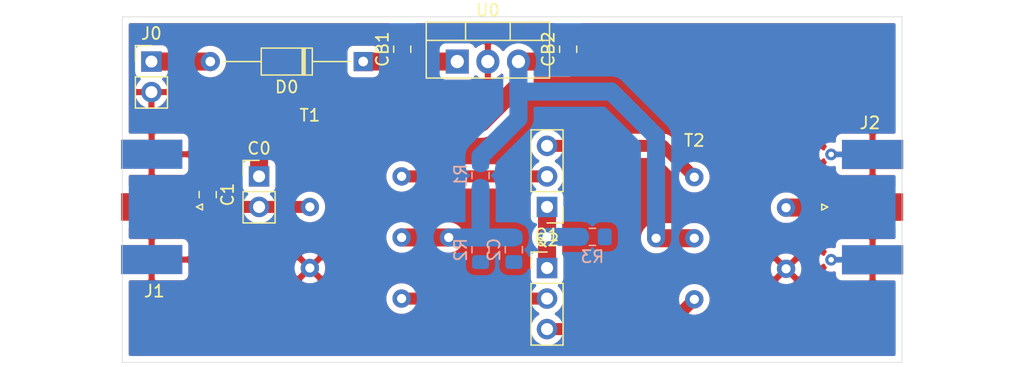
<source format=kicad_pcb>
(kicad_pcb (version 20171130) (host pcbnew "(5.1.5)-3")

  (general
    (thickness 1.6)
    (drawings 4)
    (tracks 47)
    (zones 0)
    (modules 17)
    (nets 13)
  )

  (page A4)
  (layers
    (0 F.Cu signal)
    (31 B.Cu signal)
    (32 B.Adhes user hide)
    (33 F.Adhes user hide)
    (34 B.Paste user hide)
    (35 F.Paste user hide)
    (36 B.SilkS user hide)
    (37 F.SilkS user hide)
    (38 B.Mask user hide)
    (39 F.Mask user hide)
    (40 Dwgs.User user hide)
    (41 Cmts.User user hide)
    (42 Eco1.User user hide)
    (43 Eco2.User user hide)
    (44 Edge.Cuts user)
    (45 Margin user hide)
    (46 B.CrtYd user hide)
    (47 F.CrtYd user hide)
    (48 B.Fab user)
    (49 F.Fab user)
  )

  (setup
    (last_trace_width 1)
    (user_trace_width 0.6)
    (user_trace_width 1)
    (user_trace_width 1.5)
    (trace_clearance 0.2)
    (zone_clearance 0.508)
    (zone_45_only no)
    (trace_min 0.2)
    (via_size 0.8)
    (via_drill 0.4)
    (via_min_size 0.4)
    (via_min_drill 0.3)
    (user_via 1.016 0.762)
    (uvia_size 0.3)
    (uvia_drill 0.1)
    (uvias_allowed no)
    (uvia_min_size 0.2)
    (uvia_min_drill 0.1)
    (edge_width 0.05)
    (segment_width 0.2)
    (pcb_text_width 0.3)
    (pcb_text_size 1.5 1.5)
    (mod_edge_width 0.12)
    (mod_text_size 1 1)
    (mod_text_width 0.15)
    (pad_size 1.15 1.4)
    (pad_drill 0)
    (pad_to_mask_clearance 0.051)
    (solder_mask_min_width 0.25)
    (aux_axis_origin 0 0)
    (visible_elements 7FFFFFFF)
    (pcbplotparams
      (layerselection 0x01000_ffffffff)
      (usegerberextensions false)
      (usegerberattributes false)
      (usegerberadvancedattributes false)
      (creategerberjobfile false)
      (excludeedgelayer true)
      (linewidth 0.100000)
      (plotframeref false)
      (viasonmask false)
      (mode 1)
      (useauxorigin false)
      (hpglpennumber 1)
      (hpglpenspeed 20)
      (hpglpendiameter 15.000000)
      (psnegative false)
      (psa4output false)
      (plotreference true)
      (plotvalue true)
      (plotinvisibletext false)
      (padsonsilk false)
      (subtractmaskfromsilk false)
      (outputformat 1)
      (mirror false)
      (drillshape 0)
      (scaleselection 1)
      (outputdirectory "C:/Users/cbmagat/Documents/SlugSat/GitHub/schematics_pcbs/LT/Power-Amplifier/PA 2020/PA Rev 0/"))
  )

  (net 0 "")
  (net 1 "Net-(C0-Pad2)")
  (net 2 "Net-(C0-Pad1)")
  (net 3 "Net-(C2-Pad1)")
  (net 4 GND)
  (net 5 "Net-(D0-Pad2)")
  (net 6 "Net-(Q1-Pad1)")
  (net 7 "Net-(Q1-Pad2)")
  (net 8 "Net-(Q1-Pad3)")
  (net 9 "Net-(Q2-Pad2)")
  (net 10 "Net-(CB1-Pad1)")
  (net 11 "Net-(Q2-Pad3)")
  (net 12 "Net-(J2-Pad1)")

  (net_class Default "This is the default net class."
    (clearance 0.2)
    (trace_width 0.25)
    (via_dia 0.8)
    (via_drill 0.4)
    (uvia_dia 0.3)
    (uvia_drill 0.1)
    (add_net GND)
    (add_net "Net-(C0-Pad1)")
    (add_net "Net-(C0-Pad2)")
    (add_net "Net-(C2-Pad1)")
    (add_net "Net-(CB1-Pad1)")
    (add_net "Net-(D0-Pad2)")
    (add_net "Net-(J2-Pad1)")
    (add_net "Net-(Q1-Pad1)")
    (add_net "Net-(Q1-Pad2)")
    (add_net "Net-(Q1-Pad3)")
    (add_net "Net-(Q2-Pad2)")
    (add_net "Net-(Q2-Pad3)")
  )

  (module Connector_Coaxial:SMA_Molex_73251-1153_EdgeMount_Horizontal (layer F.Cu) (tedit 5E35FDBB) (tstamp 5E3660BE)
    (at 20.4089 52.3494)
    (descr "Molex SMA RF Connectors, Edge Mount, (http://www.molex.com/pdm_docs/sd/732511150_sd.pdf)")
    (tags "sma edge")
    (path /5E1FDD36)
    (attr smd)
    (fp_text reference J1 (at -1.5 7) (layer F.SilkS)
      (effects (font (size 1 1) (thickness 0.15)))
    )
    (fp_text value "Signal In" (at -1.72 -7.11) (layer F.Fab)
      (effects (font (size 1 1) (thickness 0.15)))
    )
    (fp_line (start -5.91 4.76) (end 0.49 4.76) (layer F.Fab) (width 0.1))
    (fp_line (start -5.91 -4.76) (end -5.91 4.76) (layer F.Fab) (width 0.1))
    (fp_line (start 0.49 -4.76) (end -5.91 -4.76) (layer F.Fab) (width 0.1))
    (fp_line (start -4.76 -3.75) (end -4.76 3.75) (layer F.Fab) (width 0.1))
    (fp_line (start -13.79 2.65) (end -5.91 2.65) (layer F.Fab) (width 0.1))
    (fp_line (start -13.79 -2.65) (end -13.79 2.65) (layer F.Fab) (width 0.1))
    (fp_line (start -13.79 -2.65) (end -5.91 -2.65) (layer F.Fab) (width 0.1))
    (fp_line (start -4.76 3.75) (end 0.49 3.75) (layer F.Fab) (width 0.1))
    (fp_line (start -4.76 -3.75) (end 0.49 -3.75) (layer F.Fab) (width 0.1))
    (fp_line (start 2.71 -6.09) (end -14.29 -6.09) (layer F.CrtYd) (width 0.05))
    (fp_line (start 2.71 -6.09) (end 2.71 6.09) (layer F.CrtYd) (width 0.05))
    (fp_line (start -14.29 6.09) (end 2.71 6.09) (layer B.CrtYd) (width 0.05))
    (fp_line (start -14.29 -6.09) (end -14.29 6.09) (layer B.CrtYd) (width 0.05))
    (fp_line (start -14.29 -6.09) (end 2.71 -6.09) (layer B.CrtYd) (width 0.05))
    (fp_line (start 2.71 -6.09) (end 2.71 6.09) (layer B.CrtYd) (width 0.05))
    (fp_line (start -14.29 6.09) (end 2.71 6.09) (layer F.CrtYd) (width 0.05))
    (fp_line (start -14.29 -6.09) (end -14.29 6.09) (layer F.CrtYd) (width 0.05))
    (fp_line (start 0.49 -4.76) (end 0.49 -3.75) (layer F.Fab) (width 0.1))
    (fp_line (start 0.49 3.75) (end 0.49 4.76) (layer F.Fab) (width 0.1))
    (fp_line (start 0.49 -0.38) (end 0.49 0.38) (layer F.Fab) (width 0.1))
    (fp_line (start -4.76 0.38) (end 0.49 0.38) (layer F.Fab) (width 0.1))
    (fp_line (start -4.76 -0.38) (end 0.49 -0.38) (layer F.Fab) (width 0.1))
    (fp_line (start 2 0) (end 2.5 -0.25) (layer F.SilkS) (width 0.12))
    (fp_line (start 2.5 -0.25) (end 2.5 0.25) (layer F.SilkS) (width 0.12))
    (fp_line (start 2.5 0.25) (end 2 0) (layer F.SilkS) (width 0.12))
    (fp_line (start 2.5 -0.25) (end 2 0) (layer F.Fab) (width 0.1))
    (fp_line (start 2 0) (end 2.5 0.25) (layer F.Fab) (width 0.1))
    (fp_line (start 2.5 0.25) (end 2.5 -0.25) (layer F.Fab) (width 0.1))
    (fp_text user %R (at -1.5 7) (layer F.Fab)
      (effects (font (size 1 1) (thickness 0.15)))
    )
    (pad 2 smd rect (at -1.72 4.38) (size 5.08 2.42) (layers B.Cu B.Paste B.Mask)
      (net 4 GND))
    (pad 2 smd rect (at -1.72 -4.38) (size 5.08 2.42) (layers B.Cu B.Paste B.Mask)
      (net 4 GND))
    (pad 2 smd rect (at -1.72 4.38) (size 5.08 2.42) (layers F.Cu F.Paste F.Mask)
      (net 4 GND))
    (pad 2 smd rect (at -1.72 -4.38) (size 5.08 2.42) (layers F.Cu F.Paste F.Mask)
      (net 4 GND))
    (pad 1 smd rect (at -1.72 0) (size 5.08 2.29) (layers F.Cu F.Paste F.Mask)
      (net 1 "Net-(C0-Pad2)"))
    (model ${KISYS3DMOD}/Connector_Coaxial.3dshapes/SMA_Molex_73251-1153_EdgeMount_Horizontal.wrl
      (at (xyz 0 0 0))
      (scale (xyz 1 1 1))
      (rotate (xyz 0 0 0))
    )
  )

  (module Connector_PinHeader_2.54mm:PinHeader_1x03_P2.54mm_Vertical (layer F.Cu) (tedit 59FED5CC) (tstamp 5E23E941)
    (at 51.5239 57.4294)
    (descr "Through hole straight pin header, 1x03, 2.54mm pitch, single row")
    (tags "Through hole pin header THT 1x03 2.54mm single row")
    (path /5E24B445)
    (fp_text reference Q2 (at 0 -2.33) (layer F.SilkS)
      (effects (font (size 1 1) (thickness 0.15)))
    )
    (fp_text value PNP (at 0 7.41) (layer F.Fab)
      (effects (font (size 1 1) (thickness 0.15)))
    )
    (fp_text user %R (at 0 2.54 90) (layer F.Fab)
      (effects (font (size 1 1) (thickness 0.15)))
    )
    (fp_line (start 1.8 -1.8) (end -1.8 -1.8) (layer F.CrtYd) (width 0.05))
    (fp_line (start 1.8 6.85) (end 1.8 -1.8) (layer F.CrtYd) (width 0.05))
    (fp_line (start -1.8 6.85) (end 1.8 6.85) (layer F.CrtYd) (width 0.05))
    (fp_line (start -1.8 -1.8) (end -1.8 6.85) (layer F.CrtYd) (width 0.05))
    (fp_line (start -1.33 -1.33) (end 0 -1.33) (layer F.SilkS) (width 0.12))
    (fp_line (start -1.33 0) (end -1.33 -1.33) (layer F.SilkS) (width 0.12))
    (fp_line (start -1.33 1.27) (end 1.33 1.27) (layer F.SilkS) (width 0.12))
    (fp_line (start 1.33 1.27) (end 1.33 6.41) (layer F.SilkS) (width 0.12))
    (fp_line (start -1.33 1.27) (end -1.33 6.41) (layer F.SilkS) (width 0.12))
    (fp_line (start -1.33 6.41) (end 1.33 6.41) (layer F.SilkS) (width 0.12))
    (fp_line (start -1.27 -0.635) (end -0.635 -1.27) (layer F.Fab) (width 0.1))
    (fp_line (start -1.27 6.35) (end -1.27 -0.635) (layer F.Fab) (width 0.1))
    (fp_line (start 1.27 6.35) (end -1.27 6.35) (layer F.Fab) (width 0.1))
    (fp_line (start 1.27 -1.27) (end 1.27 6.35) (layer F.Fab) (width 0.1))
    (fp_line (start -0.635 -1.27) (end 1.27 -1.27) (layer F.Fab) (width 0.1))
    (pad 3 thru_hole oval (at 0 5.08) (size 1.7 1.7) (drill 1) (layers *.Cu *.Mask)
      (net 11 "Net-(Q2-Pad3)"))
    (pad 2 thru_hole oval (at 0 2.54) (size 1.7 1.7) (drill 1) (layers *.Cu *.Mask)
      (net 9 "Net-(Q2-Pad2)"))
    (pad 1 thru_hole rect (at 0 0) (size 1.7 1.7) (drill 1) (layers *.Cu *.Mask)
      (net 6 "Net-(Q1-Pad1)"))
    (model ${KISYS3DMOD}/Connector_PinHeader_2.54mm.3dshapes/PinHeader_1x03_P2.54mm_Vertical.wrl
      (at (xyz 0 0 0))
      (scale (xyz 1 1 1))
      (rotate (xyz 0 0 0))
    )
  )

  (module Connector_PinHeader_2.54mm:PinHeader_1x03_P2.54mm_Vertical (layer F.Cu) (tedit 59FED5CC) (tstamp 5E23E7A9)
    (at 51.5239 52.3494 180)
    (descr "Through hole straight pin header, 1x03, 2.54mm pitch, single row")
    (tags "Through hole pin header THT 1x03 2.54mm single row")
    (path /5E24A73C)
    (fp_text reference Q1 (at 0 -2.33) (layer F.SilkS)
      (effects (font (size 1 1) (thickness 0.15)))
    )
    (fp_text value NPN (at 0 7.41) (layer F.Fab)
      (effects (font (size 1 1) (thickness 0.15)))
    )
    (fp_text user %R (at 0 2.54 90) (layer F.Fab)
      (effects (font (size 1 1) (thickness 0.15)))
    )
    (fp_line (start 1.8 -1.8) (end -1.8 -1.8) (layer F.CrtYd) (width 0.05))
    (fp_line (start 1.8 6.85) (end 1.8 -1.8) (layer F.CrtYd) (width 0.05))
    (fp_line (start -1.8 6.85) (end 1.8 6.85) (layer F.CrtYd) (width 0.05))
    (fp_line (start -1.8 -1.8) (end -1.8 6.85) (layer F.CrtYd) (width 0.05))
    (fp_line (start -1.33 -1.33) (end 0 -1.33) (layer F.SilkS) (width 0.12))
    (fp_line (start -1.33 0) (end -1.33 -1.33) (layer F.SilkS) (width 0.12))
    (fp_line (start -1.33 1.27) (end 1.33 1.27) (layer F.SilkS) (width 0.12))
    (fp_line (start 1.33 1.27) (end 1.33 6.41) (layer F.SilkS) (width 0.12))
    (fp_line (start -1.33 1.27) (end -1.33 6.41) (layer F.SilkS) (width 0.12))
    (fp_line (start -1.33 6.41) (end 1.33 6.41) (layer F.SilkS) (width 0.12))
    (fp_line (start -1.27 -0.635) (end -0.635 -1.27) (layer F.Fab) (width 0.1))
    (fp_line (start -1.27 6.35) (end -1.27 -0.635) (layer F.Fab) (width 0.1))
    (fp_line (start 1.27 6.35) (end -1.27 6.35) (layer F.Fab) (width 0.1))
    (fp_line (start 1.27 -1.27) (end 1.27 6.35) (layer F.Fab) (width 0.1))
    (fp_line (start -0.635 -1.27) (end 1.27 -1.27) (layer F.Fab) (width 0.1))
    (pad 3 thru_hole oval (at 0 5.08 180) (size 1.7 1.7) (drill 1) (layers *.Cu *.Mask)
      (net 8 "Net-(Q1-Pad3)"))
    (pad 2 thru_hole oval (at 0 2.54 180) (size 1.7 1.7) (drill 1) (layers *.Cu *.Mask)
      (net 7 "Net-(Q1-Pad2)"))
    (pad 1 thru_hole rect (at 0 0 180) (size 1.7 1.7) (drill 1) (layers *.Cu *.Mask)
      (net 6 "Net-(Q1-Pad1)"))
    (model ${KISYS3DMOD}/Connector_PinHeader_2.54mm.3dshapes/PinHeader_1x03_P2.54mm_Vertical.wrl
      (at (xyz 0 0 0))
      (scale (xyz 1 1 1))
      (rotate (xyz 0 0 0))
    )
  )

  (module Connector_Coaxial:SMA_Molex_73251-1153_EdgeMount_Horizontal (layer F.Cu) (tedit 5A1B666F) (tstamp 5E23FB1F)
    (at 76.835 52.3621 180)
    (descr "Molex SMA RF Connectors, Edge Mount, (http://www.molex.com/pdm_docs/sd/732511150_sd.pdf)")
    (tags "sma edge")
    (path /5E223177)
    (attr smd)
    (fp_text reference J2 (at -1.5 7 180) (layer F.SilkS)
      (effects (font (size 1 1) (thickness 0.15)))
    )
    (fp_text value "SMA Connector" (at -1.72 -7.11 180) (layer F.Fab)
      (effects (font (size 1 1) (thickness 0.15)))
    )
    (fp_line (start -5.91 4.76) (end 0.49 4.76) (layer F.Fab) (width 0.1))
    (fp_line (start -5.91 -4.76) (end -5.91 4.76) (layer F.Fab) (width 0.1))
    (fp_line (start 0.49 -4.76) (end -5.91 -4.76) (layer F.Fab) (width 0.1))
    (fp_line (start -4.76 -3.75) (end -4.76 3.75) (layer F.Fab) (width 0.1))
    (fp_line (start -13.79 2.65) (end -5.91 2.65) (layer F.Fab) (width 0.1))
    (fp_line (start -13.79 -2.65) (end -13.79 2.65) (layer F.Fab) (width 0.1))
    (fp_line (start -13.79 -2.65) (end -5.91 -2.65) (layer F.Fab) (width 0.1))
    (fp_line (start -4.76 3.75) (end 0.49 3.75) (layer F.Fab) (width 0.1))
    (fp_line (start -4.76 -3.75) (end 0.49 -3.75) (layer F.Fab) (width 0.1))
    (fp_line (start 2.71 -6.09) (end -14.29 -6.09) (layer F.CrtYd) (width 0.05))
    (fp_line (start 2.71 -6.09) (end 2.71 6.09) (layer F.CrtYd) (width 0.05))
    (fp_line (start -14.29 6.09) (end 2.71 6.09) (layer B.CrtYd) (width 0.05))
    (fp_line (start -14.29 -6.09) (end -14.29 6.09) (layer B.CrtYd) (width 0.05))
    (fp_line (start -14.29 -6.09) (end 2.71 -6.09) (layer B.CrtYd) (width 0.05))
    (fp_line (start 2.71 -6.09) (end 2.71 6.09) (layer B.CrtYd) (width 0.05))
    (fp_line (start -14.29 6.09) (end 2.71 6.09) (layer F.CrtYd) (width 0.05))
    (fp_line (start -14.29 -6.09) (end -14.29 6.09) (layer F.CrtYd) (width 0.05))
    (fp_line (start 0.49 -4.76) (end 0.49 -3.75) (layer F.Fab) (width 0.1))
    (fp_line (start 0.49 3.75) (end 0.49 4.76) (layer F.Fab) (width 0.1))
    (fp_line (start 0.49 -0.38) (end 0.49 0.38) (layer F.Fab) (width 0.1))
    (fp_line (start -4.76 0.38) (end 0.49 0.38) (layer F.Fab) (width 0.1))
    (fp_line (start -4.76 -0.38) (end 0.49 -0.38) (layer F.Fab) (width 0.1))
    (fp_line (start 2 0) (end 2.5 -0.25) (layer F.SilkS) (width 0.12))
    (fp_line (start 2.5 -0.25) (end 2.5 0.25) (layer F.SilkS) (width 0.12))
    (fp_line (start 2.5 0.25) (end 2 0) (layer F.SilkS) (width 0.12))
    (fp_line (start 2.5 -0.25) (end 2 0) (layer F.Fab) (width 0.1))
    (fp_line (start 2 0) (end 2.5 0.25) (layer F.Fab) (width 0.1))
    (fp_line (start 2.5 0.25) (end 2.5 -0.25) (layer F.Fab) (width 0.1))
    (fp_text user %R (at -1.5 7 180) (layer F.Fab)
      (effects (font (size 1 1) (thickness 0.15)))
    )
    (pad 2 smd rect (at 1.27 4.38 180) (size 0.95 0.46) (layers B.Cu)
      (net 4 GND))
    (pad 2 smd rect (at 1.27 -4.38 180) (size 0.95 0.46) (layers B.Cu)
      (net 4 GND))
    (pad 2 smd rect (at 1.27 4.38 180) (size 0.95 0.46) (layers F.Cu)
      (net 4 GND))
    (pad 2 smd rect (at 1.27 -4.38 180) (size 0.95 0.46) (layers F.Cu)
      (net 4 GND))
    (pad 2 thru_hole circle (at 1.72 4.38 180) (size 0.97 0.97) (drill 0.46) (layers *.Cu)
      (net 4 GND))
    (pad 2 thru_hole circle (at 1.72 -4.38 180) (size 0.97 0.97) (drill 0.46) (layers *.Cu)
      (net 4 GND))
    (pad 2 smd rect (at -1.72 4.38 180) (size 5.08 2.42) (layers B.Cu B.Paste B.Mask)
      (net 4 GND))
    (pad 2 smd rect (at -1.72 -4.38 180) (size 5.08 2.42) (layers B.Cu B.Paste B.Mask)
      (net 4 GND))
    (pad 2 smd rect (at -1.72 4.38 180) (size 5.08 2.42) (layers F.Cu F.Paste F.Mask)
      (net 4 GND))
    (pad 2 smd rect (at -1.72 -4.38 180) (size 5.08 2.42) (layers F.Cu F.Paste F.Mask)
      (net 4 GND))
    (pad 1 smd rect (at -1.72 0 180) (size 5.08 2.29) (layers F.Cu F.Paste F.Mask)
      (net 12 "Net-(J2-Pad1)"))
    (model ${KISYS3DMOD}/Connector_Coaxial.3dshapes/SMA_Molex_73251-1153_EdgeMount_Horizontal.wrl
      (at (xyz 0 0 0))
      (scale (xyz 1 1 1))
      (rotate (xyz 0 0 0))
    )
  )

  (module Capacitor_SMD:C_0805_2012Metric_Pad1.15x1.40mm_HandSolder (layer F.Cu) (tedit 5B36C52B) (tstamp 5E23C4EE)
    (at 39.497 39.234 90)
    (descr "Capacitor SMD 0805 (2012 Metric), square (rectangular) end terminal, IPC_7351 nominal with elongated pad for handsoldering. (Body size source: https://docs.google.com/spreadsheets/d/1BsfQQcO9C6DZCsRaXUlFlo91Tg2WpOkGARC1WS5S8t0/edit?usp=sharing), generated with kicad-footprint-generator")
    (tags "capacitor handsolder")
    (path /5E24EE28)
    (attr smd)
    (fp_text reference CB1 (at 0 -1.65 90) (layer F.SilkS)
      (effects (font (size 1 1) (thickness 0.15)))
    )
    (fp_text value "100 nF" (at 0 1.65 90) (layer F.Fab)
      (effects (font (size 1 1) (thickness 0.15)))
    )
    (fp_text user %R (at 0 0 90) (layer F.Fab)
      (effects (font (size 0.5 0.5) (thickness 0.08)))
    )
    (fp_line (start 1.85 0.95) (end -1.85 0.95) (layer F.CrtYd) (width 0.05))
    (fp_line (start 1.85 -0.95) (end 1.85 0.95) (layer F.CrtYd) (width 0.05))
    (fp_line (start -1.85 -0.95) (end 1.85 -0.95) (layer F.CrtYd) (width 0.05))
    (fp_line (start -1.85 0.95) (end -1.85 -0.95) (layer F.CrtYd) (width 0.05))
    (fp_line (start -0.261252 0.71) (end 0.261252 0.71) (layer F.SilkS) (width 0.12))
    (fp_line (start -0.261252 -0.71) (end 0.261252 -0.71) (layer F.SilkS) (width 0.12))
    (fp_line (start 1 0.6) (end -1 0.6) (layer F.Fab) (width 0.1))
    (fp_line (start 1 -0.6) (end 1 0.6) (layer F.Fab) (width 0.1))
    (fp_line (start -1 -0.6) (end 1 -0.6) (layer F.Fab) (width 0.1))
    (fp_line (start -1 0.6) (end -1 -0.6) (layer F.Fab) (width 0.1))
    (pad 2 smd roundrect (at 1.025 0 90) (size 1.15 1.4) (layers F.Cu F.Paste F.Mask) (roundrect_rratio 0.217391)
      (net 4 GND))
    (pad 1 smd roundrect (at -1.025 0 90) (size 1.15 1.4) (layers F.Cu F.Paste F.Mask) (roundrect_rratio 0.217391)
      (net 10 "Net-(CB1-Pad1)"))
    (model ${KISYS3DMOD}/Capacitor_SMD.3dshapes/C_0805_2012Metric.wrl
      (at (xyz 0 0 0))
      (scale (xyz 1 1 1))
      (rotate (xyz 0 0 0))
    )
  )

  (module Connector_PinHeader_2.54mm:PinHeader_1x02_P2.54mm_Vertical (layer F.Cu) (tedit 59FED5CC) (tstamp 5E23E537)
    (at 27.6098 49.8094)
    (descr "Through hole straight pin header, 1x02, 2.54mm pitch, single row")
    (tags "Through hole pin header THT 1x02 2.54mm single row")
    (path /5E20026A)
    (fp_text reference C0 (at 0 -2.33) (layer F.SilkS)
      (effects (font (size 1 1) (thickness 0.15)))
    )
    (fp_text value "10 uF" (at 0 4.87) (layer F.Fab)
      (effects (font (size 1 1) (thickness 0.15)))
    )
    (fp_text user %R (at 0 1.27 90) (layer F.Fab)
      (effects (font (size 1 1) (thickness 0.15)))
    )
    (fp_line (start 1.8 -1.8) (end -1.8 -1.8) (layer F.CrtYd) (width 0.05))
    (fp_line (start 1.8 4.35) (end 1.8 -1.8) (layer F.CrtYd) (width 0.05))
    (fp_line (start -1.8 4.35) (end 1.8 4.35) (layer F.CrtYd) (width 0.05))
    (fp_line (start -1.8 -1.8) (end -1.8 4.35) (layer F.CrtYd) (width 0.05))
    (fp_line (start -1.33 -1.33) (end 0 -1.33) (layer F.SilkS) (width 0.12))
    (fp_line (start -1.33 0) (end -1.33 -1.33) (layer F.SilkS) (width 0.12))
    (fp_line (start -1.33 1.27) (end 1.33 1.27) (layer F.SilkS) (width 0.12))
    (fp_line (start 1.33 1.27) (end 1.33 3.87) (layer F.SilkS) (width 0.12))
    (fp_line (start -1.33 1.27) (end -1.33 3.87) (layer F.SilkS) (width 0.12))
    (fp_line (start -1.33 3.87) (end 1.33 3.87) (layer F.SilkS) (width 0.12))
    (fp_line (start -1.27 -0.635) (end -0.635 -1.27) (layer F.Fab) (width 0.1))
    (fp_line (start -1.27 3.81) (end -1.27 -0.635) (layer F.Fab) (width 0.1))
    (fp_line (start 1.27 3.81) (end -1.27 3.81) (layer F.Fab) (width 0.1))
    (fp_line (start 1.27 -1.27) (end 1.27 3.81) (layer F.Fab) (width 0.1))
    (fp_line (start -0.635 -1.27) (end 1.27 -1.27) (layer F.Fab) (width 0.1))
    (pad 2 thru_hole oval (at 0 2.54) (size 1.7 1.7) (drill 1) (layers *.Cu *.Mask)
      (net 1 "Net-(C0-Pad2)"))
    (pad 1 thru_hole rect (at 0 0) (size 1.7 1.7) (drill 1) (layers *.Cu *.Mask)
      (net 2 "Net-(C0-Pad1)"))
    (model ${KISYS3DMOD}/Connector_PinHeader_2.54mm.3dshapes/PinHeader_1x02_P2.54mm_Vertical.wrl
      (at (xyz 0 0 0))
      (scale (xyz 1 1 1))
      (rotate (xyz 0 0 0))
    )
  )

  (module Capacitor_SMD:C_0805_2012Metric_Pad1.15x1.40mm_HandSolder (layer F.Cu) (tedit 5B36C52B) (tstamp 5E217B42)
    (at 23.3426 51.3244 270)
    (descr "Capacitor SMD 0805 (2012 Metric), square (rectangular) end terminal, IPC_7351 nominal with elongated pad for handsoldering. (Body size source: https://docs.google.com/spreadsheets/d/1BsfQQcO9C6DZCsRaXUlFlo91Tg2WpOkGARC1WS5S8t0/edit?usp=sharing), generated with kicad-footprint-generator")
    (tags "capacitor handsolder")
    (path /5E1FF59D)
    (attr smd)
    (fp_text reference C1 (at 0 -1.65 90) (layer F.SilkS)
      (effects (font (size 1 1) (thickness 0.15)))
    )
    (fp_text value "10 nF" (at 0 1.65 90) (layer F.Fab)
      (effects (font (size 1 1) (thickness 0.15)))
    )
    (fp_text user %R (at 0 0 90) (layer F.Fab)
      (effects (font (size 0.5 0.5) (thickness 0.08)))
    )
    (fp_line (start 1.85 0.95) (end -1.85 0.95) (layer F.CrtYd) (width 0.05))
    (fp_line (start 1.85 -0.95) (end 1.85 0.95) (layer F.CrtYd) (width 0.05))
    (fp_line (start -1.85 -0.95) (end 1.85 -0.95) (layer F.CrtYd) (width 0.05))
    (fp_line (start -1.85 0.95) (end -1.85 -0.95) (layer F.CrtYd) (width 0.05))
    (fp_line (start -0.261252 0.71) (end 0.261252 0.71) (layer F.SilkS) (width 0.12))
    (fp_line (start -0.261252 -0.71) (end 0.261252 -0.71) (layer F.SilkS) (width 0.12))
    (fp_line (start 1 0.6) (end -1 0.6) (layer F.Fab) (width 0.1))
    (fp_line (start 1 -0.6) (end 1 0.6) (layer F.Fab) (width 0.1))
    (fp_line (start -1 -0.6) (end 1 -0.6) (layer F.Fab) (width 0.1))
    (fp_line (start -1 0.6) (end -1 -0.6) (layer F.Fab) (width 0.1))
    (pad 2 smd roundrect (at 1.025 0 270) (size 1.15 1.4) (layers F.Cu F.Paste F.Mask) (roundrect_rratio 0.217391)
      (net 1 "Net-(C0-Pad2)"))
    (pad 1 smd roundrect (at -1.025 0 270) (size 1.15 1.4) (layers F.Cu F.Paste F.Mask) (roundrect_rratio 0.217391)
      (net 2 "Net-(C0-Pad1)"))
    (model ${KISYS3DMOD}/Capacitor_SMD.3dshapes/C_0805_2012Metric.wrl
      (at (xyz 0 0 0))
      (scale (xyz 1 1 1))
      (rotate (xyz 0 0 0))
    )
  )

  (module Capacitor_SMD:C_0805_2012Metric_Pad1.15x1.40mm_HandSolder (layer B.Cu) (tedit 5B36C52B) (tstamp 5E217B53)
    (at 48.768 55.9054 270)
    (descr "Capacitor SMD 0805 (2012 Metric), square (rectangular) end terminal, IPC_7351 nominal with elongated pad for handsoldering. (Body size source: https://docs.google.com/spreadsheets/d/1BsfQQcO9C6DZCsRaXUlFlo91Tg2WpOkGARC1WS5S8t0/edit?usp=sharing), generated with kicad-footprint-generator")
    (tags "capacitor handsolder")
    (path /5E2048FE)
    (attr smd)
    (fp_text reference C2 (at 0 1.65 90) (layer B.SilkS)
      (effects (font (size 1 1) (thickness 0.15)) (justify mirror))
    )
    (fp_text value "22 nF" (at 0 -1.65 90) (layer B.Fab)
      (effects (font (size 1 1) (thickness 0.15)) (justify mirror))
    )
    (fp_text user %R (at 0 0 90) (layer B.Fab)
      (effects (font (size 0.5 0.5) (thickness 0.08)) (justify mirror))
    )
    (fp_line (start 1.85 -0.95) (end -1.85 -0.95) (layer B.CrtYd) (width 0.05))
    (fp_line (start 1.85 0.95) (end 1.85 -0.95) (layer B.CrtYd) (width 0.05))
    (fp_line (start -1.85 0.95) (end 1.85 0.95) (layer B.CrtYd) (width 0.05))
    (fp_line (start -1.85 -0.95) (end -1.85 0.95) (layer B.CrtYd) (width 0.05))
    (fp_line (start -0.261252 -0.71) (end 0.261252 -0.71) (layer B.SilkS) (width 0.12))
    (fp_line (start -0.261252 0.71) (end 0.261252 0.71) (layer B.SilkS) (width 0.12))
    (fp_line (start 1 -0.6) (end -1 -0.6) (layer B.Fab) (width 0.1))
    (fp_line (start 1 0.6) (end 1 -0.6) (layer B.Fab) (width 0.1))
    (fp_line (start -1 0.6) (end 1 0.6) (layer B.Fab) (width 0.1))
    (fp_line (start -1 -0.6) (end -1 0.6) (layer B.Fab) (width 0.1))
    (pad 2 smd roundrect (at 1.025 0 270) (size 1.15 1.4) (layers B.Cu B.Paste B.Mask) (roundrect_rratio 0.217391)
      (net 4 GND))
    (pad 1 smd roundrect (at -1.025 0 270) (size 1.15 1.4) (layers B.Cu B.Paste B.Mask) (roundrect_rratio 0.217391)
      (net 3 "Net-(C2-Pad1)"))
    (model ${KISYS3DMOD}/Capacitor_SMD.3dshapes/C_0805_2012Metric.wrl
      (at (xyz 0 0 0))
      (scale (xyz 1 1 1))
      (rotate (xyz 0 0 0))
    )
  )

  (module Capacitor_SMD:C_0805_2012Metric_Pad1.15x1.40mm_HandSolder (layer F.Cu) (tedit 5B36C52B) (tstamp 5E217B64)
    (at 53.2765 39.234 90)
    (descr "Capacitor SMD 0805 (2012 Metric), square (rectangular) end terminal, IPC_7351 nominal with elongated pad for handsoldering. (Body size source: https://docs.google.com/spreadsheets/d/1BsfQQcO9C6DZCsRaXUlFlo91Tg2WpOkGARC1WS5S8t0/edit?usp=sharing), generated with kicad-footprint-generator")
    (tags "capacitor handsolder")
    (path /5E21098F)
    (attr smd)
    (fp_text reference CB2 (at 0 -1.65 90) (layer F.SilkS)
      (effects (font (size 1 1) (thickness 0.15)))
    )
    (fp_text value "100 nF" (at 0 1.65 90) (layer F.Fab)
      (effects (font (size 1 1) (thickness 0.15)))
    )
    (fp_text user %R (at 0 0 90) (layer F.Fab)
      (effects (font (size 0.5 0.5) (thickness 0.08)))
    )
    (fp_line (start 1.85 0.95) (end -1.85 0.95) (layer F.CrtYd) (width 0.05))
    (fp_line (start 1.85 -0.95) (end 1.85 0.95) (layer F.CrtYd) (width 0.05))
    (fp_line (start -1.85 -0.95) (end 1.85 -0.95) (layer F.CrtYd) (width 0.05))
    (fp_line (start -1.85 0.95) (end -1.85 -0.95) (layer F.CrtYd) (width 0.05))
    (fp_line (start -0.261252 0.71) (end 0.261252 0.71) (layer F.SilkS) (width 0.12))
    (fp_line (start -0.261252 -0.71) (end 0.261252 -0.71) (layer F.SilkS) (width 0.12))
    (fp_line (start 1 0.6) (end -1 0.6) (layer F.Fab) (width 0.1))
    (fp_line (start 1 -0.6) (end 1 0.6) (layer F.Fab) (width 0.1))
    (fp_line (start -1 -0.6) (end 1 -0.6) (layer F.Fab) (width 0.1))
    (fp_line (start -1 0.6) (end -1 -0.6) (layer F.Fab) (width 0.1))
    (pad 2 smd roundrect (at 1.025 0 90) (size 1.15 1.4) (layers F.Cu F.Paste F.Mask) (roundrect_rratio 0.217391)
      (net 4 GND))
    (pad 1 smd roundrect (at -1.025 0 90) (size 1.15 1.4) (layers F.Cu F.Paste F.Mask) (roundrect_rratio 0.217391)
      (net 2 "Net-(C0-Pad1)"))
    (model ${KISYS3DMOD}/Capacitor_SMD.3dshapes/C_0805_2012Metric.wrl
      (at (xyz 0 0 0))
      (scale (xyz 1 1 1))
      (rotate (xyz 0 0 0))
    )
  )

  (module Diode_THT:D_DO-35_SOD27_P12.70mm_Horizontal (layer F.Cu) (tedit 5AE50CD5) (tstamp 5E218439)
    (at 36.2585 40.259 180)
    (descr "Diode, DO-35_SOD27 series, Axial, Horizontal, pin pitch=12.7mm, , length*diameter=4*2mm^2, , http://www.diodes.com/_files/packages/DO-35.pdf")
    (tags "Diode DO-35_SOD27 series Axial Horizontal pin pitch 12.7mm  length 4mm diameter 2mm")
    (path /5E227B7F)
    (fp_text reference D0 (at 6.35 -2.12) (layer F.SilkS)
      (effects (font (size 1 1) (thickness 0.15)))
    )
    (fp_text value 1N4001 (at 6.35 2.12) (layer F.Fab)
      (effects (font (size 1 1) (thickness 0.15)))
    )
    (fp_text user K (at 0 -1.8) (layer F.Fab)
      (effects (font (size 1 1) (thickness 0.15)))
    )
    (fp_text user K (at 0 -1.8) (layer F.Fab)
      (effects (font (size 1 1) (thickness 0.15)))
    )
    (fp_text user %R (at 6.65 0) (layer F.Fab)
      (effects (font (size 0.8 0.8) (thickness 0.12)))
    )
    (fp_line (start 13.75 -1.25) (end -1.05 -1.25) (layer F.CrtYd) (width 0.05))
    (fp_line (start 13.75 1.25) (end 13.75 -1.25) (layer F.CrtYd) (width 0.05))
    (fp_line (start -1.05 1.25) (end 13.75 1.25) (layer F.CrtYd) (width 0.05))
    (fp_line (start -1.05 -1.25) (end -1.05 1.25) (layer F.CrtYd) (width 0.05))
    (fp_line (start 4.83 -1.12) (end 4.83 1.12) (layer F.SilkS) (width 0.12))
    (fp_line (start 5.07 -1.12) (end 5.07 1.12) (layer F.SilkS) (width 0.12))
    (fp_line (start 4.95 -1.12) (end 4.95 1.12) (layer F.SilkS) (width 0.12))
    (fp_line (start 11.66 0) (end 8.47 0) (layer F.SilkS) (width 0.12))
    (fp_line (start 1.04 0) (end 4.23 0) (layer F.SilkS) (width 0.12))
    (fp_line (start 8.47 -1.12) (end 4.23 -1.12) (layer F.SilkS) (width 0.12))
    (fp_line (start 8.47 1.12) (end 8.47 -1.12) (layer F.SilkS) (width 0.12))
    (fp_line (start 4.23 1.12) (end 8.47 1.12) (layer F.SilkS) (width 0.12))
    (fp_line (start 4.23 -1.12) (end 4.23 1.12) (layer F.SilkS) (width 0.12))
    (fp_line (start 4.85 -1) (end 4.85 1) (layer F.Fab) (width 0.1))
    (fp_line (start 5.05 -1) (end 5.05 1) (layer F.Fab) (width 0.1))
    (fp_line (start 4.95 -1) (end 4.95 1) (layer F.Fab) (width 0.1))
    (fp_line (start 12.7 0) (end 8.35 0) (layer F.Fab) (width 0.1))
    (fp_line (start 0 0) (end 4.35 0) (layer F.Fab) (width 0.1))
    (fp_line (start 8.35 -1) (end 4.35 -1) (layer F.Fab) (width 0.1))
    (fp_line (start 8.35 1) (end 8.35 -1) (layer F.Fab) (width 0.1))
    (fp_line (start 4.35 1) (end 8.35 1) (layer F.Fab) (width 0.1))
    (fp_line (start 4.35 -1) (end 4.35 1) (layer F.Fab) (width 0.1))
    (pad 2 thru_hole oval (at 12.7 0 180) (size 1.6 1.6) (drill 0.8) (layers *.Cu *.Mask)
      (net 5 "Net-(D0-Pad2)"))
    (pad 1 thru_hole rect (at 0 0 180) (size 1.6 1.6) (drill 0.8) (layers *.Cu *.Mask)
      (net 10 "Net-(CB1-Pad1)"))
    (model ${KISYS3DMOD}/Diode_THT.3dshapes/D_DO-35_SOD27_P12.70mm_Horizontal.wrl
      (at (xyz 0 0 0))
      (scale (xyz 1 1 1))
      (rotate (xyz 0 0 0))
    )
  )

  (module Connector_PinHeader_2.54mm:PinHeader_1x02_P2.54mm_Vertical (layer F.Cu) (tedit 59FED5CC) (tstamp 5E217BCC)
    (at 18.669 40.259)
    (descr "Through hole straight pin header, 1x02, 2.54mm pitch, single row")
    (tags "Through hole pin header THT 1x02 2.54mm single row")
    (path /5E22903C)
    (fp_text reference J0 (at 0 -2.33) (layer F.SilkS)
      (effects (font (size 1 1) (thickness 0.15)))
    )
    (fp_text value Power (at 0 4.87) (layer F.Fab)
      (effects (font (size 1 1) (thickness 0.15)))
    )
    (fp_text user %R (at 0 1.27 90) (layer F.Fab)
      (effects (font (size 1 1) (thickness 0.15)))
    )
    (fp_line (start 1.8 -1.8) (end -1.8 -1.8) (layer F.CrtYd) (width 0.05))
    (fp_line (start 1.8 4.35) (end 1.8 -1.8) (layer F.CrtYd) (width 0.05))
    (fp_line (start -1.8 4.35) (end 1.8 4.35) (layer F.CrtYd) (width 0.05))
    (fp_line (start -1.8 -1.8) (end -1.8 4.35) (layer F.CrtYd) (width 0.05))
    (fp_line (start -1.33 -1.33) (end 0 -1.33) (layer F.SilkS) (width 0.12))
    (fp_line (start -1.33 0) (end -1.33 -1.33) (layer F.SilkS) (width 0.12))
    (fp_line (start -1.33 1.27) (end 1.33 1.27) (layer F.SilkS) (width 0.12))
    (fp_line (start 1.33 1.27) (end 1.33 3.87) (layer F.SilkS) (width 0.12))
    (fp_line (start -1.33 1.27) (end -1.33 3.87) (layer F.SilkS) (width 0.12))
    (fp_line (start -1.33 3.87) (end 1.33 3.87) (layer F.SilkS) (width 0.12))
    (fp_line (start -1.27 -0.635) (end -0.635 -1.27) (layer F.Fab) (width 0.1))
    (fp_line (start -1.27 3.81) (end -1.27 -0.635) (layer F.Fab) (width 0.1))
    (fp_line (start 1.27 3.81) (end -1.27 3.81) (layer F.Fab) (width 0.1))
    (fp_line (start 1.27 -1.27) (end 1.27 3.81) (layer F.Fab) (width 0.1))
    (fp_line (start -0.635 -1.27) (end 1.27 -1.27) (layer F.Fab) (width 0.1))
    (pad 2 thru_hole oval (at 0 2.54) (size 1.7 1.7) (drill 1) (layers *.Cu *.Mask)
      (net 4 GND))
    (pad 1 thru_hole rect (at 0 0) (size 1.7 1.7) (drill 1) (layers *.Cu *.Mask)
      (net 5 "Net-(D0-Pad2)"))
    (model ${KISYS3DMOD}/Connector_PinHeader_2.54mm.3dshapes/PinHeader_1x02_P2.54mm_Vertical.wrl
      (at (xyz 0 0 0))
      (scale (xyz 1 1 1))
      (rotate (xyz 0 0 0))
    )
  )

  (module Resistor_SMD:R_0805_2012Metric_Pad1.15x1.40mm_HandSolder (layer B.Cu) (tedit 5B36C52B) (tstamp 5E23F159)
    (at 45.9994 49.7422 270)
    (descr "Resistor SMD 0805 (2012 Metric), square (rectangular) end terminal, IPC_7351 nominal with elongated pad for handsoldering. (Body size source: https://docs.google.com/spreadsheets/d/1BsfQQcO9C6DZCsRaXUlFlo91Tg2WpOkGARC1WS5S8t0/edit?usp=sharing), generated with kicad-footprint-generator")
    (tags "resistor handsolder")
    (path /5E206F73)
    (attr smd)
    (fp_text reference R1 (at 0 1.65 90) (layer B.SilkS)
      (effects (font (size 1 1) (thickness 0.15)) (justify mirror))
    )
    (fp_text value "4.7 kOhms" (at 0 -1.65 90) (layer B.Fab)
      (effects (font (size 1 1) (thickness 0.15)) (justify mirror))
    )
    (fp_text user %R (at 0 0 90) (layer B.Fab)
      (effects (font (size 0.5 0.5) (thickness 0.08)) (justify mirror))
    )
    (fp_line (start 1.85 -0.95) (end -1.85 -0.95) (layer B.CrtYd) (width 0.05))
    (fp_line (start 1.85 0.95) (end 1.85 -0.95) (layer B.CrtYd) (width 0.05))
    (fp_line (start -1.85 0.95) (end 1.85 0.95) (layer B.CrtYd) (width 0.05))
    (fp_line (start -1.85 -0.95) (end -1.85 0.95) (layer B.CrtYd) (width 0.05))
    (fp_line (start -0.261252 -0.71) (end 0.261252 -0.71) (layer B.SilkS) (width 0.12))
    (fp_line (start -0.261252 0.71) (end 0.261252 0.71) (layer B.SilkS) (width 0.12))
    (fp_line (start 1 -0.6) (end -1 -0.6) (layer B.Fab) (width 0.1))
    (fp_line (start 1 0.6) (end 1 -0.6) (layer B.Fab) (width 0.1))
    (fp_line (start -1 0.6) (end 1 0.6) (layer B.Fab) (width 0.1))
    (fp_line (start -1 -0.6) (end -1 0.6) (layer B.Fab) (width 0.1))
    (pad 2 smd roundrect (at 1.025 0 270) (size 1.15 1.4) (layers B.Cu B.Paste B.Mask) (roundrect_rratio 0.217391)
      (net 3 "Net-(C2-Pad1)"))
    (pad 1 smd roundrect (at -1.025 0 270) (size 1.15 1.4) (layers B.Cu B.Paste B.Mask) (roundrect_rratio 0.217391)
      (net 2 "Net-(C0-Pad1)"))
    (model ${KISYS3DMOD}/Resistor_SMD.3dshapes/R_0805_2012Metric.wrl
      (at (xyz 0 0 0))
      (scale (xyz 1 1 1))
      (rotate (xyz 0 0 0))
    )
  )

  (module Resistor_SMD:R_0805_2012Metric_Pad1.15x1.40mm_HandSolder (layer B.Cu) (tedit 5B36C52B) (tstamp 5E217C80)
    (at 45.9994 55.9144 270)
    (descr "Resistor SMD 0805 (2012 Metric), square (rectangular) end terminal, IPC_7351 nominal with elongated pad for handsoldering. (Body size source: https://docs.google.com/spreadsheets/d/1BsfQQcO9C6DZCsRaXUlFlo91Tg2WpOkGARC1WS5S8t0/edit?usp=sharing), generated with kicad-footprint-generator")
    (tags "resistor handsolder")
    (path /5E206863)
    (attr smd)
    (fp_text reference R2 (at 0 1.65 90) (layer B.SilkS)
      (effects (font (size 1 1) (thickness 0.15)) (justify mirror))
    )
    (fp_text value "1 kOhms" (at 0 -1.65 90) (layer B.Fab)
      (effects (font (size 1 1) (thickness 0.15)) (justify mirror))
    )
    (fp_text user %R (at 0 0 90) (layer B.Fab)
      (effects (font (size 0.5 0.5) (thickness 0.08)) (justify mirror))
    )
    (fp_line (start 1.85 -0.95) (end -1.85 -0.95) (layer B.CrtYd) (width 0.05))
    (fp_line (start 1.85 0.95) (end 1.85 -0.95) (layer B.CrtYd) (width 0.05))
    (fp_line (start -1.85 0.95) (end 1.85 0.95) (layer B.CrtYd) (width 0.05))
    (fp_line (start -1.85 -0.95) (end -1.85 0.95) (layer B.CrtYd) (width 0.05))
    (fp_line (start -0.261252 -0.71) (end 0.261252 -0.71) (layer B.SilkS) (width 0.12))
    (fp_line (start -0.261252 0.71) (end 0.261252 0.71) (layer B.SilkS) (width 0.12))
    (fp_line (start 1 -0.6) (end -1 -0.6) (layer B.Fab) (width 0.1))
    (fp_line (start 1 0.6) (end 1 -0.6) (layer B.Fab) (width 0.1))
    (fp_line (start -1 0.6) (end 1 0.6) (layer B.Fab) (width 0.1))
    (fp_line (start -1 -0.6) (end -1 0.6) (layer B.Fab) (width 0.1))
    (pad 2 smd roundrect (at 1.025 0 270) (size 1.15 1.4) (layers B.Cu B.Paste B.Mask) (roundrect_rratio 0.217391)
      (net 4 GND))
    (pad 1 smd roundrect (at -1.025 0 270) (size 1.15 1.4) (layers B.Cu B.Paste B.Mask) (roundrect_rratio 0.217391)
      (net 3 "Net-(C2-Pad1)"))
    (model ${KISYS3DMOD}/Resistor_SMD.3dshapes/R_0805_2012Metric.wrl
      (at (xyz 0 0 0))
      (scale (xyz 1 1 1))
      (rotate (xyz 0 0 0))
    )
  )

  (module Resistor_SMD:R_0805_2012Metric_Pad1.15x1.40mm_HandSolder (layer B.Cu) (tedit 5B36C52B) (tstamp 5E23EA06)
    (at 55.2921 54.8386)
    (descr "Resistor SMD 0805 (2012 Metric), square (rectangular) end terminal, IPC_7351 nominal with elongated pad for handsoldering. (Body size source: https://docs.google.com/spreadsheets/d/1BsfQQcO9C6DZCsRaXUlFlo91Tg2WpOkGARC1WS5S8t0/edit?usp=sharing), generated with kicad-footprint-generator")
    (tags "resistor handsolder")
    (path /5E213A0C)
    (attr smd)
    (fp_text reference R3 (at 0 1.65) (layer B.SilkS)
      (effects (font (size 1 1) (thickness 0.15)) (justify mirror))
    )
    (fp_text value "47 Ohms" (at 0 -1.65) (layer B.Fab)
      (effects (font (size 1 1) (thickness 0.15)) (justify mirror))
    )
    (fp_text user %R (at 0 0) (layer B.Fab)
      (effects (font (size 0.5 0.5) (thickness 0.08)) (justify mirror))
    )
    (fp_line (start 1.85 -0.95) (end -1.85 -0.95) (layer B.CrtYd) (width 0.05))
    (fp_line (start 1.85 0.95) (end 1.85 -0.95) (layer B.CrtYd) (width 0.05))
    (fp_line (start -1.85 0.95) (end 1.85 0.95) (layer B.CrtYd) (width 0.05))
    (fp_line (start -1.85 -0.95) (end -1.85 0.95) (layer B.CrtYd) (width 0.05))
    (fp_line (start -0.261252 -0.71) (end 0.261252 -0.71) (layer B.SilkS) (width 0.12))
    (fp_line (start -0.261252 0.71) (end 0.261252 0.71) (layer B.SilkS) (width 0.12))
    (fp_line (start 1 -0.6) (end -1 -0.6) (layer B.Fab) (width 0.1))
    (fp_line (start 1 0.6) (end 1 -0.6) (layer B.Fab) (width 0.1))
    (fp_line (start -1 0.6) (end 1 0.6) (layer B.Fab) (width 0.1))
    (fp_line (start -1 -0.6) (end -1 0.6) (layer B.Fab) (width 0.1))
    (pad 2 smd roundrect (at 1.025 0) (size 1.15 1.4) (layers B.Cu B.Paste B.Mask) (roundrect_rratio 0.217391)
      (net 4 GND))
    (pad 1 smd roundrect (at -1.025 0) (size 1.15 1.4) (layers B.Cu B.Paste B.Mask) (roundrect_rratio 0.217391)
      (net 6 "Net-(Q1-Pad1)"))
    (model ${KISYS3DMOD}/Resistor_SMD.3dshapes/R_0805_2012Metric.wrl
      (at (xyz 0 0 0))
      (scale (xyz 1 1 1))
      (rotate (xyz 0 0 0))
    )
  )

  (module XFormers:XFormer84Tapped (layer F.Cu) (tedit 5E1FA6C0) (tstamp 5E23E823)
    (at 31.8262 52.3494)
    (path /5E1F8F08)
    (fp_text reference T1 (at 0 -7.62) (layer F.SilkS)
      (effects (font (size 1 1) (thickness 0.15)))
    )
    (fp_text value "8:4T Xformer" (at 3.2385 -4.826) (layer F.Fab)
      (effects (font (size 1 1) (thickness 0.15)))
    )
    (pad 5 thru_hole circle (at 7.62 -2.54) (size 1.524 1.524) (drill 0.762) (layers *.Cu *.Mask)
      (net 7 "Net-(Q1-Pad2)"))
    (pad 4 thru_hole circle (at 7.62 2.54) (size 1.524 1.524) (drill 0.762) (layers *.Cu *.Mask)
      (net 3 "Net-(C2-Pad1)"))
    (pad 3 thru_hole circle (at 7.62 7.62) (size 1.524 1.524) (drill 0.762) (layers *.Cu *.Mask)
      (net 9 "Net-(Q2-Pad2)"))
    (pad 2 thru_hole circle (at 0 5.08) (size 1.524 1.524) (drill 0.762) (layers *.Cu *.Mask)
      (net 4 GND))
    (pad 1 thru_hole circle (at 0 0) (size 1.524 1.524) (drill 0.762) (layers *.Cu *.Mask)
      (net 1 "Net-(C0-Pad2)"))
  )

  (module XFormers:XFormer8Tapped4 (layer F.Cu) (tedit 5E1FA6D6) (tstamp 5E217CA3)
    (at 63.754 49.8729)
    (path /5E1FB2F5)
    (fp_text reference T2 (at 0 -3.048) (layer F.SilkS)
      (effects (font (size 1 1) (thickness 0.15)))
    )
    (fp_text value "8T:4 XFormer" (at 4.064 -3.048) (layer F.Fab)
      (effects (font (size 1 1) (thickness 0.15)))
    )
    (pad 5 thru_hole circle (at 7.62 2.54) (size 1.524 1.524) (drill 0.762) (layers *.Cu *.Mask)
      (net 12 "Net-(J2-Pad1)"))
    (pad 4 thru_hole circle (at 7.62 7.62) (size 1.524 1.524) (drill 0.762) (layers *.Cu *.Mask)
      (net 4 GND))
    (pad 3 thru_hole circle (at 0 10.16) (size 1.524 1.524) (drill 0.762) (layers *.Cu *.Mask)
      (net 11 "Net-(Q2-Pad3)"))
    (pad 2 thru_hole circle (at 0 5.08) (size 1.524 1.524) (drill 0.762) (layers *.Cu *.Mask)
      (net 2 "Net-(C0-Pad1)"))
    (pad 1 thru_hole circle (at 0 0) (size 1.524 1.524) (drill 0.762) (layers *.Cu *.Mask)
      (net 8 "Net-(Q1-Pad3)"))
  )

  (module Package_TO_SOT_THT:TO-220-3_Vertical (layer F.Cu) (tedit 5AC8BA0D) (tstamp 5E217CBD)
    (at 44.069 40.259)
    (descr "TO-220-3, Vertical, RM 2.54mm, see https://www.vishay.com/docs/66542/to-220-1.pdf")
    (tags "TO-220-3 Vertical RM 2.54mm")
    (path /5E2250BC)
    (fp_text reference U0 (at 2.54 -4.27) (layer F.SilkS)
      (effects (font (size 1 1) (thickness 0.15)))
    )
    (fp_text value L7815 (at 2.54 2.5) (layer F.Fab)
      (effects (font (size 1 1) (thickness 0.15)))
    )
    (fp_text user %R (at 2.54 -4.27) (layer F.Fab)
      (effects (font (size 1 1) (thickness 0.15)))
    )
    (fp_line (start 7.79 -3.4) (end -2.71 -3.4) (layer F.CrtYd) (width 0.05))
    (fp_line (start 7.79 1.51) (end 7.79 -3.4) (layer F.CrtYd) (width 0.05))
    (fp_line (start -2.71 1.51) (end 7.79 1.51) (layer F.CrtYd) (width 0.05))
    (fp_line (start -2.71 -3.4) (end -2.71 1.51) (layer F.CrtYd) (width 0.05))
    (fp_line (start 4.391 -3.27) (end 4.391 -1.76) (layer F.SilkS) (width 0.12))
    (fp_line (start 0.69 -3.27) (end 0.69 -1.76) (layer F.SilkS) (width 0.12))
    (fp_line (start -2.58 -1.76) (end 7.66 -1.76) (layer F.SilkS) (width 0.12))
    (fp_line (start 7.66 -3.27) (end 7.66 1.371) (layer F.SilkS) (width 0.12))
    (fp_line (start -2.58 -3.27) (end -2.58 1.371) (layer F.SilkS) (width 0.12))
    (fp_line (start -2.58 1.371) (end 7.66 1.371) (layer F.SilkS) (width 0.12))
    (fp_line (start -2.58 -3.27) (end 7.66 -3.27) (layer F.SilkS) (width 0.12))
    (fp_line (start 4.39 -3.15) (end 4.39 -1.88) (layer F.Fab) (width 0.1))
    (fp_line (start 0.69 -3.15) (end 0.69 -1.88) (layer F.Fab) (width 0.1))
    (fp_line (start -2.46 -1.88) (end 7.54 -1.88) (layer F.Fab) (width 0.1))
    (fp_line (start 7.54 -3.15) (end -2.46 -3.15) (layer F.Fab) (width 0.1))
    (fp_line (start 7.54 1.25) (end 7.54 -3.15) (layer F.Fab) (width 0.1))
    (fp_line (start -2.46 1.25) (end 7.54 1.25) (layer F.Fab) (width 0.1))
    (fp_line (start -2.46 -3.15) (end -2.46 1.25) (layer F.Fab) (width 0.1))
    (pad 3 thru_hole oval (at 5.08 0) (size 1.905 2) (drill 1.1) (layers *.Cu *.Mask)
      (net 2 "Net-(C0-Pad1)"))
    (pad 2 thru_hole oval (at 2.54 0) (size 1.905 2) (drill 1.1) (layers *.Cu *.Mask)
      (net 4 GND))
    (pad 1 thru_hole rect (at 0 0) (size 1.905 2) (drill 1.1) (layers *.Cu *.Mask)
      (net 10 "Net-(CB1-Pad1)"))
    (model ${KISYS3DMOD}/Package_TO_SOT_THT.3dshapes/TO-220-3_Vertical.wrl
      (at (xyz 0 0 0))
      (scale (xyz 1 1 1))
      (rotate (xyz 0 0 0))
    )
  )

  (gr_line (start 81 36.5379) (end 81 65.278) (layer Edge.Cuts) (width 0.05))
  (gr_line (start 16.256 65.278) (end 81 65.278) (layer Edge.Cuts) (width 0.05) (tstamp 5E239427))
  (gr_line (start 16.256 36.5379) (end 16.256 65.278) (layer Edge.Cuts) (width 0.05))
  (gr_line (start 16.256 36.5379) (end 81 36.5379) (layer Edge.Cuts) (width 0.05))

  (segment (start 23.3426 52.3494) (end 27.6098 52.3494) (width 1) (layer F.Cu) (net 1))
  (segment (start 27.6098 52.3494) (end 31.8262 52.3494) (width 1) (layer F.Cu) (net 1))
  (segment (start 23.3426 52.3494) (end 18.6889 52.3494) (width 1) (layer F.Cu) (net 1))
  (segment (start 53.2765 40.259) (end 49.149 40.259) (width 1.5) (layer F.Cu) (net 2))
  (segment (start 49.149 40.259) (end 49.149 40.3065) (width 1) (layer F.Cu) (net 2))
  (segment (start 49.149 42.259) (end 46.069 45.339) (width 1.5) (layer F.Cu) (net 2))
  (segment (start 49.149 40.259) (end 49.149 42.259) (width 1.5) (layer F.Cu) (net 2))
  (segment (start 27.6098 47.9594) (end 27.6098 49.8094) (width 1.5) (layer F.Cu) (net 2))
  (segment (start 30.2302 45.339) (end 27.6098 47.9594) (width 1.5) (layer F.Cu) (net 2))
  (segment (start 46.069 45.339) (end 30.2302 45.339) (width 1.5) (layer F.Cu) (net 2))
  (segment (start 30.2302 45.339) (end 24.8158 45.339) (width 1.5) (layer F.Cu) (net 2))
  (segment (start 23.3426 46.8122) (end 23.3426 50.2994) (width 1.5) (layer F.Cu) (net 2))
  (segment (start 24.8158 45.339) (end 23.3426 46.8122) (width 1.5) (layer F.Cu) (net 2))
  (segment (start 49.149 42.759) (end 49.149 40.259) (width 1.5) (layer B.Cu) (net 2))
  (segment (start 49.149 44.9926) (end 49.149 42.759) (width 1.5) (layer B.Cu) (net 2))
  (segment (start 45.9994 48.1422) (end 49.149 44.9926) (width 1.5) (layer B.Cu) (net 2))
  (segment (start 45.9994 48.7172) (end 45.9994 48.1422) (width 1.5) (layer B.Cu) (net 2))
  (segment (start 63.754 54.9529) (end 60.579 54.9529) (width 1.5) (layer F.Cu) (net 2))
  (segment (start 60.579 54.9529) (end 60.579 54.9529) (width 1.5) (layer F.Cu) (net 2) (tstamp 5E23F53A))
  (via (at 60.579 54.9529) (size 1.016) (drill 0.762) (layers F.Cu B.Cu) (net 2))
  (segment (start 60.579 54.9529) (end 60.579 46.482) (width 1.5) (layer B.Cu) (net 2))
  (segment (start 56.856 42.759) (end 49.149 42.759) (width 1.5) (layer B.Cu) (net 2))
  (segment (start 60.579 46.482) (end 56.856 42.759) (width 1.5) (layer B.Cu) (net 2))
  (segment (start 39.4462 54.8894) (end 43.3578 54.8894) (width 1.5) (layer F.Cu) (net 3))
  (segment (start 43.3578 54.8894) (end 43.3578 54.8894) (width 1.5) (layer F.Cu) (net 3) (tstamp 5E23ED52))
  (via (at 43.3578 54.8894) (size 1.016) (drill 0.762) (layers F.Cu B.Cu) (net 3))
  (segment (start 45.9994 54.8894) (end 43.3578 54.8894) (width 1.5) (layer B.Cu) (net 3))
  (segment (start 45.9994 50.7672) (end 45.9994 54.8894) (width 1.5) (layer B.Cu) (net 3))
  (segment (start 48.759 54.8894) (end 48.768 54.8804) (width 1) (layer B.Cu) (net 3))
  (segment (start 45.9994 54.8894) (end 48.759 54.8894) (width 1.5) (layer B.Cu) (net 3))
  (segment (start 19.769 40.259) (end 23.5585 40.259) (width 1.5) (layer F.Cu) (net 5))
  (segment (start 18.669 40.259) (end 19.769 40.259) (width 1.5) (layer F.Cu) (net 5))
  (segment (start 51.5239 52.3494) (end 51.5239 54.8386) (width 1.5) (layer F.Cu) (net 6))
  (segment (start 51.5239 54.8386) (end 51.5239 57.4294) (width 1.5) (layer F.Cu) (net 6) (tstamp 5E23EC8A))
  (via (at 51.5239 54.8386) (size 1.016) (drill 0.762) (layers F.Cu B.Cu) (net 6))
  (segment (start 51.5239 54.8386) (end 54.2671 54.8386) (width 1.5) (layer B.Cu) (net 6))
  (segment (start 39.4462 49.8094) (end 51.5239 49.8094) (width 1) (layer F.Cu) (net 7))
  (segment (start 61.1505 47.2694) (end 63.754 49.8729) (width 1) (layer F.Cu) (net 8))
  (segment (start 51.5239 47.2694) (end 61.1505 47.2694) (width 1) (layer F.Cu) (net 8))
  (segment (start 39.4462 59.9694) (end 40.52383 59.9694) (width 1) (layer F.Cu) (net 9))
  (segment (start 40.52383 59.9694) (end 51.5239 59.9694) (width 1) (layer F.Cu) (net 9))
  (segment (start 36.2585 40.259) (end 39.497 40.259) (width 1.5) (layer F.Cu) (net 10))
  (segment (start 39.497 40.259) (end 44.069 40.259) (width 1.5) (layer F.Cu) (net 10))
  (segment (start 61.2775 62.5094) (end 63.754 60.0329) (width 1) (layer F.Cu) (net 11))
  (segment (start 51.5239 62.5094) (end 61.2775 62.5094) (width 1) (layer F.Cu) (net 11))
  (segment (start 71.3867 52.4002) (end 71.374 52.4129) (width 1.5) (layer F.Cu) (net 12))
  (segment (start 78.5368 52.4002) (end 71.3867 52.4002) (width 1.5) (layer F.Cu) (net 12))

  (zone (net 4) (net_name GND) (layer F.Cu) (tstamp 0) (hatch edge 0.508)
    (connect_pads (clearance 0.508))
    (min_thickness 0.254)
    (fill yes (arc_segments 32) (thermal_gap 0.508) (thermal_bridge_width 0.508))
    (polygon
      (pts
        (xy 80.9752 65.278) (xy 16.256 65.278) (xy 16.256 36.5252) (xy 80.9752 36.5252)
      )
    )
    (filled_polygon
      (pts
        (xy 38.266463 37.279506) (xy 38.207498 37.38982) (xy 38.171188 37.509518) (xy 38.158928 37.634) (xy 38.162 37.92325)
        (xy 38.32075 38.082) (xy 39.37 38.082) (xy 39.37 38.062) (xy 39.624 38.062) (xy 39.624 38.082)
        (xy 40.67325 38.082) (xy 40.832 37.92325) (xy 40.835072 37.634) (xy 40.822812 37.509518) (xy 40.786502 37.38982)
        (xy 40.727537 37.279506) (xy 40.660565 37.1979) (xy 52.112935 37.1979) (xy 52.045963 37.279506) (xy 51.986998 37.38982)
        (xy 51.950688 37.509518) (xy 51.938428 37.634) (xy 51.9415 37.92325) (xy 52.10025 38.082) (xy 53.1495 38.082)
        (xy 53.1495 38.062) (xy 53.4035 38.062) (xy 53.4035 38.082) (xy 54.45275 38.082) (xy 54.6115 37.92325)
        (xy 54.614572 37.634) (xy 54.602312 37.509518) (xy 54.566002 37.38982) (xy 54.507037 37.279506) (xy 54.440065 37.1979)
        (xy 80.34 37.1979) (xy 80.34 46.135057) (xy 78.84075 46.1371) (xy 78.682 46.29585) (xy 78.682 47.8551)
        (xy 78.702 47.8551) (xy 78.702 48.1091) (xy 78.682 48.1091) (xy 78.682 49.66835) (xy 78.84075 49.8271)
        (xy 80.34 49.829143) (xy 80.34 50.579028) (xy 76.015 50.579028) (xy 75.890518 50.591288) (xy 75.77082 50.627598)
        (xy 75.660506 50.686563) (xy 75.563815 50.765915) (xy 75.484463 50.862606) (xy 75.425498 50.97292) (xy 75.412672 51.0152)
        (xy 71.454737 51.0152) (xy 71.3867 51.008499) (xy 71.318664 51.0152) (xy 71.318663 51.0152) (xy 71.311556 51.0159)
        (xy 71.236408 51.0159) (xy 71.162704 51.030561) (xy 71.115193 51.03524) (xy 71.069508 51.049099) (xy 70.96651 51.069586)
        (xy 70.86949 51.109773) (xy 70.854119 51.114436) (xy 70.839953 51.122008) (xy 70.712273 51.174895) (xy 70.483465 51.32778)
        (xy 70.28888 51.522365) (xy 70.135995 51.751173) (xy 70.030686 52.00541) (xy 69.977 52.275308) (xy 69.977 52.550492)
        (xy 70.030686 52.82039) (xy 70.135995 53.074627) (xy 70.28888 53.303435) (xy 70.483465 53.49802) (xy 70.712273 53.650905)
        (xy 70.96651 53.756214) (xy 71.236408 53.8099) (xy 71.511592 53.8099) (xy 71.635767 53.7852) (xy 75.443629 53.7852)
        (xy 75.484463 53.861594) (xy 75.563815 53.958285) (xy 75.660506 54.037637) (xy 75.77082 54.096602) (xy 75.890518 54.132912)
        (xy 76.015 54.145172) (xy 80.340001 54.145172) (xy 80.340001 54.895057) (xy 78.84075 54.8971) (xy 78.682 55.05585)
        (xy 78.682 56.6151) (xy 78.702 56.6151) (xy 78.702 56.8691) (xy 78.682 56.8691) (xy 78.682 58.42835)
        (xy 78.84075 58.5871) (xy 80.340001 58.589143) (xy 80.340001 64.618) (xy 16.916 64.618) (xy 16.916 58.576427)
        (xy 18.40315 58.5744) (xy 18.5619 58.41565) (xy 18.5619 56.8564) (xy 18.8159 56.8564) (xy 18.8159 58.41565)
        (xy 18.97465 58.5744) (xy 21.2289 58.577472) (xy 21.353382 58.565212) (xy 21.47308 58.528902) (xy 21.583394 58.469937)
        (xy 21.674747 58.394965) (xy 31.04024 58.394965) (xy 31.10722 58.635056) (xy 31.356248 58.752156) (xy 31.623335 58.818423)
        (xy 31.898217 58.83131) (xy 32.170333 58.790322) (xy 32.429223 58.697036) (xy 32.54518 58.635056) (xy 32.61216 58.394965)
        (xy 31.8262 57.609005) (xy 31.04024 58.394965) (xy 21.674747 58.394965) (xy 21.680085 58.390585) (xy 21.759437 58.293894)
        (xy 21.818402 58.18358) (xy 21.854712 58.063882) (xy 21.866972 57.9394) (xy 21.865517 57.501417) (xy 30.42429 57.501417)
        (xy 30.465278 57.773533) (xy 30.558564 58.032423) (xy 30.620544 58.14838) (xy 30.860635 58.21536) (xy 31.646595 57.4294)
        (xy 32.005805 57.4294) (xy 32.791765 58.21536) (xy 33.031856 58.14838) (xy 33.148956 57.899352) (xy 33.215223 57.632265)
        (xy 33.22811 57.357383) (xy 33.187122 57.085267) (xy 33.093836 56.826377) (xy 33.031856 56.71042) (xy 32.791765 56.64344)
        (xy 32.005805 57.4294) (xy 31.646595 57.4294) (xy 30.860635 56.64344) (xy 30.620544 56.71042) (xy 30.503444 56.959448)
        (xy 30.437177 57.226535) (xy 30.42429 57.501417) (xy 21.865517 57.501417) (xy 21.8639 57.01515) (xy 21.70515 56.8564)
        (xy 18.8159 56.8564) (xy 18.5619 56.8564) (xy 18.5419 56.8564) (xy 18.5419 56.6024) (xy 18.5619 56.6024)
        (xy 18.5619 55.04315) (xy 18.8159 55.04315) (xy 18.8159 56.6024) (xy 21.70515 56.6024) (xy 21.843715 56.463835)
        (xy 31.04024 56.463835) (xy 31.8262 57.249795) (xy 32.61216 56.463835) (xy 32.54518 56.223744) (xy 32.296152 56.106644)
        (xy 32.029065 56.040377) (xy 31.754183 56.02749) (xy 31.482067 56.068478) (xy 31.223177 56.161764) (xy 31.10722 56.223744)
        (xy 31.04024 56.463835) (xy 21.843715 56.463835) (xy 21.8639 56.44365) (xy 21.866972 55.5194) (xy 21.854712 55.394918)
        (xy 21.818402 55.27522) (xy 21.759437 55.164906) (xy 21.680085 55.068215) (xy 21.583394 54.988863) (xy 21.47308 54.929898)
        (xy 21.353382 54.893588) (xy 21.2289 54.881328) (xy 18.97465 54.8844) (xy 18.8159 55.04315) (xy 18.5619 55.04315)
        (xy 18.40315 54.8844) (xy 16.916 54.882373) (xy 16.916 54.751808) (xy 38.0492 54.751808) (xy 38.0492 55.026992)
        (xy 38.102886 55.29689) (xy 38.208195 55.551127) (xy 38.36108 55.779935) (xy 38.555665 55.97452) (xy 38.784473 56.127405)
        (xy 39.03871 56.232714) (xy 39.308608 56.2864) (xy 39.583792 56.2864) (xy 39.64412 56.2744) (xy 43.425837 56.2744)
        (xy 43.629307 56.25436) (xy 43.890381 56.175164) (xy 44.130988 56.046557) (xy 44.341881 55.873481) (xy 44.514957 55.662588)
        (xy 44.643564 55.421981) (xy 44.72276 55.160907) (xy 44.749501 54.8894) (xy 44.72276 54.617893) (xy 44.643564 54.356819)
        (xy 44.514957 54.116212) (xy 44.341881 53.905319) (xy 44.130988 53.732243) (xy 43.890381 53.603636) (xy 43.629307 53.52444)
        (xy 43.425837 53.5044) (xy 39.64412 53.5044) (xy 39.583792 53.4924) (xy 39.308608 53.4924) (xy 39.03871 53.546086)
        (xy 38.784473 53.651395) (xy 38.555665 53.80428) (xy 38.36108 53.998865) (xy 38.208195 54.227673) (xy 38.102886 54.48191)
        (xy 38.0492 54.751808) (xy 16.916 54.751808) (xy 16.916 54.132472) (xy 21.2289 54.132472) (xy 21.353382 54.120212)
        (xy 21.47308 54.083902) (xy 21.583394 54.024937) (xy 21.680085 53.945585) (xy 21.759437 53.848894) (xy 21.818402 53.73858)
        (xy 21.854712 53.618882) (xy 21.866972 53.4944) (xy 21.866972 53.4844) (xy 22.533157 53.4844) (xy 22.552749 53.494872)
        (xy 22.719345 53.545408) (xy 22.892599 53.562472) (xy 23.792601 53.562472) (xy 23.965855 53.545408) (xy 24.132451 53.494872)
        (xy 24.152043 53.4844) (xy 26.644693 53.4844) (xy 26.663168 53.502875) (xy 26.906389 53.66539) (xy 27.176642 53.777332)
        (xy 27.46354 53.8344) (xy 27.75606 53.8344) (xy 28.042958 53.777332) (xy 28.313211 53.66539) (xy 28.556432 53.502875)
        (xy 28.574907 53.4844) (xy 31.010316 53.4844) (xy 31.164473 53.587405) (xy 31.41871 53.692714) (xy 31.688608 53.7464)
        (xy 31.963792 53.7464) (xy 32.23369 53.692714) (xy 32.487927 53.587405) (xy 32.716735 53.43452) (xy 32.91132 53.239935)
        (xy 33.064205 53.011127) (xy 33.169514 52.75689) (xy 33.2232 52.486992) (xy 33.2232 52.211808) (xy 33.169514 51.94191)
        (xy 33.064205 51.687673) (xy 32.91132 51.458865) (xy 32.716735 51.26428) (xy 32.487927 51.111395) (xy 32.23369 51.006086)
        (xy 31.963792 50.9524) (xy 31.688608 50.9524) (xy 31.41871 51.006086) (xy 31.164473 51.111395) (xy 31.010316 51.2144)
        (xy 28.768528 51.2144) (xy 28.814294 51.189937) (xy 28.910985 51.110585) (xy 28.990337 51.013894) (xy 29.049302 50.90358)
        (xy 29.085612 50.783882) (xy 29.097872 50.6594) (xy 29.097872 49.671808) (xy 38.0492 49.671808) (xy 38.0492 49.946992)
        (xy 38.102886 50.21689) (xy 38.208195 50.471127) (xy 38.36108 50.699935) (xy 38.555665 50.89452) (xy 38.784473 51.047405)
        (xy 39.03871 51.152714) (xy 39.308608 51.2064) (xy 39.583792 51.2064) (xy 39.85369 51.152714) (xy 40.107927 51.047405)
        (xy 40.262084 50.9444) (xy 50.365172 50.9444) (xy 50.319406 50.968863) (xy 50.222715 51.048215) (xy 50.143363 51.144906)
        (xy 50.084398 51.25522) (xy 50.048088 51.374918) (xy 50.035828 51.4994) (xy 50.035828 53.1994) (xy 50.048088 53.323882)
        (xy 50.084398 53.44358) (xy 50.1389 53.545545) (xy 50.138901 54.770554) (xy 50.1389 54.770564) (xy 50.138901 56.233255)
        (xy 50.084398 56.33522) (xy 50.048088 56.454918) (xy 50.035828 56.5794) (xy 50.035828 58.2794) (xy 50.048088 58.403882)
        (xy 50.084398 58.52358) (xy 50.143363 58.633894) (xy 50.222715 58.730585) (xy 50.319406 58.809937) (xy 50.365172 58.8344)
        (xy 40.262084 58.8344) (xy 40.107927 58.731395) (xy 39.85369 58.626086) (xy 39.583792 58.5724) (xy 39.308608 58.5724)
        (xy 39.03871 58.626086) (xy 38.784473 58.731395) (xy 38.555665 58.88428) (xy 38.36108 59.078865) (xy 38.208195 59.307673)
        (xy 38.102886 59.56191) (xy 38.0492 59.831808) (xy 38.0492 60.106992) (xy 38.102886 60.37689) (xy 38.208195 60.631127)
        (xy 38.36108 60.859935) (xy 38.555665 61.05452) (xy 38.784473 61.207405) (xy 39.03871 61.312714) (xy 39.308608 61.3664)
        (xy 39.583792 61.3664) (xy 39.85369 61.312714) (xy 40.107927 61.207405) (xy 40.262084 61.1044) (xy 50.558793 61.1044)
        (xy 50.577268 61.122875) (xy 50.75166 61.2394) (xy 50.577268 61.355925) (xy 50.370425 61.562768) (xy 50.20791 61.805989)
        (xy 50.095968 62.076242) (xy 50.0389 62.36314) (xy 50.0389 62.65566) (xy 50.095968 62.942558) (xy 50.20791 63.212811)
        (xy 50.370425 63.456032) (xy 50.577268 63.662875) (xy 50.820489 63.82539) (xy 51.090742 63.937332) (xy 51.37764 63.9944)
        (xy 51.67016 63.9944) (xy 51.957058 63.937332) (xy 52.227311 63.82539) (xy 52.470532 63.662875) (xy 52.489007 63.6444)
        (xy 61.221749 63.6444) (xy 61.2775 63.649891) (xy 61.333251 63.6444) (xy 61.333252 63.6444) (xy 61.499999 63.627977)
        (xy 61.713947 63.563076) (xy 61.911123 63.457684) (xy 62.083949 63.315849) (xy 62.119496 63.272535) (xy 63.979647 61.412385)
        (xy 64.16149 61.376214) (xy 64.415727 61.270905) (xy 64.644535 61.11802) (xy 64.83912 60.923435) (xy 64.992005 60.694627)
        (xy 65.097314 60.44039) (xy 65.151 60.170492) (xy 65.151 59.895308) (xy 65.097314 59.62541) (xy 64.992005 59.371173)
        (xy 64.83912 59.142365) (xy 64.644535 58.94778) (xy 64.415727 58.794895) (xy 64.16149 58.689586) (xy 63.891592 58.6359)
        (xy 63.616408 58.6359) (xy 63.34651 58.689586) (xy 63.092273 58.794895) (xy 62.863465 58.94778) (xy 62.66888 59.142365)
        (xy 62.515995 59.371173) (xy 62.410686 59.62541) (xy 62.374515 59.807253) (xy 60.807369 61.3744) (xy 52.489007 61.3744)
        (xy 52.470532 61.355925) (xy 52.29614 61.2394) (xy 52.470532 61.122875) (xy 52.677375 60.916032) (xy 52.83989 60.672811)
        (xy 52.951832 60.402558) (xy 53.0089 60.11566) (xy 53.0089 59.82314) (xy 52.951832 59.536242) (xy 52.83989 59.265989)
        (xy 52.677375 59.022768) (xy 52.54552 58.890913) (xy 52.61808 58.868902) (xy 52.728394 58.809937) (xy 52.825085 58.730585)
        (xy 52.904437 58.633894) (xy 52.963402 58.52358) (xy 52.983154 58.458465) (xy 70.58804 58.458465) (xy 70.65502 58.698556)
        (xy 70.904048 58.815656) (xy 71.171135 58.881923) (xy 71.446017 58.89481) (xy 71.718133 58.853822) (xy 71.977023 58.760536)
        (xy 72.09298 58.698556) (xy 72.15996 58.458465) (xy 71.374 57.672505) (xy 70.58804 58.458465) (xy 52.983154 58.458465)
        (xy 52.999712 58.403882) (xy 53.011972 58.2794) (xy 53.011972 57.564917) (xy 69.97209 57.564917) (xy 70.013078 57.837033)
        (xy 70.106364 58.095923) (xy 70.168344 58.21188) (xy 70.408435 58.27886) (xy 71.194395 57.4929) (xy 71.553605 57.4929)
        (xy 72.339565 58.27886) (xy 72.579656 58.21188) (xy 72.696756 57.962852) (xy 72.763023 57.695765) (xy 72.77591 57.420883)
        (xy 72.734922 57.148767) (xy 72.641636 56.889877) (xy 72.607013 56.825101) (xy 73.992645 56.825101) (xy 74.030404 57.042467)
        (xy 74.109842 57.248289) (xy 74.135684 57.296634) (xy 74.347584 57.329911) (xy 74.491748 57.185747) (xy 74.505507 57.228037)
        (xy 74.566669 57.337148) (xy 74.62791 57.408795) (xy 74.527189 57.509516) (xy 74.560466 57.721416) (xy 74.762176 57.810783)
        (xy 74.977445 57.859081) (xy 75.198001 57.864455) (xy 75.377323 57.833305) (xy 75.376928 57.9521) (xy 75.389188 58.076582)
        (xy 75.425498 58.19628) (xy 75.484463 58.306594) (xy 75.563815 58.403285) (xy 75.660506 58.482637) (xy 75.77082 58.541602)
        (xy 75.890518 58.577912) (xy 76.015 58.590172) (xy 78.26925 58.5871) (xy 78.428 58.42835) (xy 78.428 56.8691)
        (xy 78.408 56.8691) (xy 78.408 56.6151) (xy 78.428 56.6151) (xy 78.428 55.05585) (xy 78.26925 54.8971)
        (xy 76.015 54.894028) (xy 75.890518 54.906288) (xy 75.77082 54.942598) (xy 75.660506 55.001563) (xy 75.563815 55.080915)
        (xy 75.484463 55.177606) (xy 75.425498 55.28792) (xy 75.389188 55.407618) (xy 75.376928 55.5321) (xy 75.37733 55.653114)
        (xy 75.252555 55.625119) (xy 75.031999 55.619745) (xy 74.814633 55.657504) (xy 74.608811 55.736942) (xy 74.560466 55.762784)
        (xy 74.527189 55.974684) (xy 74.62791 56.075405) (xy 74.566669 56.147052) (xy 74.505507 56.256163) (xy 74.491748 56.298453)
        (xy 74.347584 56.154289) (xy 74.135684 56.187566) (xy 74.046317 56.389276) (xy 73.998019 56.604545) (xy 73.992645 56.825101)
        (xy 72.607013 56.825101) (xy 72.579656 56.77392) (xy 72.339565 56.70694) (xy 71.553605 57.4929) (xy 71.194395 57.4929)
        (xy 70.408435 56.70694) (xy 70.168344 56.77392) (xy 70.051244 57.022948) (xy 69.984977 57.290035) (xy 69.97209 57.564917)
        (xy 53.011972 57.564917) (xy 53.011972 56.5794) (xy 53.006845 56.527335) (xy 70.58804 56.527335) (xy 71.374 57.313295)
        (xy 72.15996 56.527335) (xy 72.09298 56.287244) (xy 71.843952 56.170144) (xy 71.576865 56.103877) (xy 71.301983 56.09099)
        (xy 71.029867 56.131978) (xy 70.770977 56.225264) (xy 70.65502 56.287244) (xy 70.58804 56.527335) (xy 53.006845 56.527335)
        (xy 52.999712 56.454918) (xy 52.963402 56.33522) (xy 52.9089 56.233256) (xy 52.9089 54.9529) (xy 59.187299 54.9529)
        (xy 59.21404 55.224407) (xy 59.293236 55.485481) (xy 59.421843 55.726088) (xy 59.594919 55.936981) (xy 59.805812 56.110057)
        (xy 60.046419 56.238664) (xy 60.307493 56.31786) (xy 60.510963 56.3379) (xy 63.55608 56.3379) (xy 63.616408 56.3499)
        (xy 63.891592 56.3499) (xy 64.16149 56.296214) (xy 64.415727 56.190905) (xy 64.644535 56.03802) (xy 64.83912 55.843435)
        (xy 64.992005 55.614627) (xy 65.097314 55.36039) (xy 65.151 55.090492) (xy 65.151 54.815308) (xy 65.097314 54.54541)
        (xy 64.992005 54.291173) (xy 64.83912 54.062365) (xy 64.644535 53.86778) (xy 64.415727 53.714895) (xy 64.16149 53.609586)
        (xy 63.891592 53.5559) (xy 63.616408 53.5559) (xy 63.55608 53.5679) (xy 60.510963 53.5679) (xy 60.307493 53.58794)
        (xy 60.046419 53.667136) (xy 59.805812 53.795743) (xy 59.594919 53.968819) (xy 59.421843 54.179712) (xy 59.293236 54.420319)
        (xy 59.21404 54.681393) (xy 59.187299 54.9529) (xy 52.9089 54.9529) (xy 52.9089 53.545544) (xy 52.963402 53.44358)
        (xy 52.999712 53.323882) (xy 53.011972 53.1994) (xy 53.011972 51.4994) (xy 52.999712 51.374918) (xy 52.963402 51.25522)
        (xy 52.904437 51.144906) (xy 52.825085 51.048215) (xy 52.728394 50.968863) (xy 52.61808 50.909898) (xy 52.54552 50.887887)
        (xy 52.677375 50.756032) (xy 52.83989 50.512811) (xy 52.951832 50.242558) (xy 53.0089 49.95566) (xy 53.0089 49.66314)
        (xy 52.951832 49.376242) (xy 52.83989 49.105989) (xy 52.677375 48.862768) (xy 52.470532 48.655925) (xy 52.29614 48.5394)
        (xy 52.470532 48.422875) (xy 52.489007 48.4044) (xy 60.680369 48.4044) (xy 62.374515 50.098547) (xy 62.410686 50.28039)
        (xy 62.515995 50.534627) (xy 62.66888 50.763435) (xy 62.863465 50.95802) (xy 63.092273 51.110905) (xy 63.34651 51.216214)
        (xy 63.616408 51.2699) (xy 63.891592 51.2699) (xy 64.16149 51.216214) (xy 64.415727 51.110905) (xy 64.644535 50.95802)
        (xy 64.83912 50.763435) (xy 64.992005 50.534627) (xy 65.097314 50.28039) (xy 65.151 50.010492) (xy 65.151 49.735308)
        (xy 65.097314 49.46541) (xy 64.992005 49.211173) (xy 64.83912 48.982365) (xy 64.644535 48.78778) (xy 64.415727 48.634895)
        (xy 64.16149 48.529586) (xy 63.979647 48.493415) (xy 63.551333 48.065101) (xy 73.992645 48.065101) (xy 74.030404 48.282467)
        (xy 74.109842 48.488289) (xy 74.135684 48.536634) (xy 74.347584 48.569911) (xy 74.491748 48.425747) (xy 74.505507 48.468037)
        (xy 74.566669 48.577148) (xy 74.62791 48.648795) (xy 74.527189 48.749516) (xy 74.560466 48.961416) (xy 74.762176 49.050783)
        (xy 74.977445 49.099081) (xy 75.198001 49.104455) (xy 75.377323 49.073305) (xy 75.376928 49.1921) (xy 75.389188 49.316582)
        (xy 75.425498 49.43628) (xy 75.484463 49.546594) (xy 75.563815 49.643285) (xy 75.660506 49.722637) (xy 75.77082 49.781602)
        (xy 75.890518 49.817912) (xy 76.015 49.830172) (xy 78.26925 49.8271) (xy 78.428 49.66835) (xy 78.428 48.1091)
        (xy 78.408 48.1091) (xy 78.408 47.8551) (xy 78.428 47.8551) (xy 78.428 46.29585) (xy 78.26925 46.1371)
        (xy 76.015 46.134028) (xy 75.890518 46.146288) (xy 75.77082 46.182598) (xy 75.660506 46.241563) (xy 75.563815 46.320915)
        (xy 75.484463 46.417606) (xy 75.425498 46.52792) (xy 75.389188 46.647618) (xy 75.376928 46.7721) (xy 75.37733 46.893114)
        (xy 75.252555 46.865119) (xy 75.031999 46.859745) (xy 74.814633 46.897504) (xy 74.608811 46.976942) (xy 74.560466 47.002784)
        (xy 74.527189 47.214684) (xy 74.62791 47.315405) (xy 74.566669 47.387052) (xy 74.505507 47.496163) (xy 74.491748 47.538453)
        (xy 74.347584 47.394289) (xy 74.135684 47.427566) (xy 74.046317 47.629276) (xy 73.998019 47.844545) (xy 73.992645 48.065101)
        (xy 63.551333 48.065101) (xy 61.992496 46.506265) (xy 61.956949 46.462951) (xy 61.784123 46.321116) (xy 61.586947 46.215724)
        (xy 61.372999 46.150823) (xy 61.206252 46.1344) (xy 61.206251 46.1344) (xy 61.1505 46.128909) (xy 61.094749 46.1344)
        (xy 52.489007 46.1344) (xy 52.470532 46.115925) (xy 52.227311 45.95341) (xy 51.957058 45.841468) (xy 51.67016 45.7844)
        (xy 51.37764 45.7844) (xy 51.090742 45.841468) (xy 50.820489 45.95341) (xy 50.577268 46.115925) (xy 50.370425 46.322768)
        (xy 50.20791 46.565989) (xy 50.095968 46.836242) (xy 50.0389 47.12314) (xy 50.0389 47.41566) (xy 50.095968 47.702558)
        (xy 50.20791 47.972811) (xy 50.370425 48.216032) (xy 50.577268 48.422875) (xy 50.75166 48.5394) (xy 50.577268 48.655925)
        (xy 50.558793 48.6744) (xy 40.262084 48.6744) (xy 40.107927 48.571395) (xy 39.85369 48.466086) (xy 39.583792 48.4124)
        (xy 39.308608 48.4124) (xy 39.03871 48.466086) (xy 38.784473 48.571395) (xy 38.555665 48.72428) (xy 38.36108 48.918865)
        (xy 38.208195 49.147673) (xy 38.102886 49.40191) (xy 38.0492 49.671808) (xy 29.097872 49.671808) (xy 29.097872 48.9594)
        (xy 29.085612 48.834918) (xy 29.049302 48.71522) (xy 28.9948 48.613256) (xy 28.9948 48.533085) (xy 30.803886 46.724)
        (xy 46.000971 46.724) (xy 46.069 46.7307) (xy 46.137029 46.724) (xy 46.137037 46.724) (xy 46.340507 46.70396)
        (xy 46.601581 46.624764) (xy 46.842188 46.496157) (xy 47.053081 46.323081) (xy 47.096454 46.270231) (xy 50.080236 43.28645)
        (xy 50.133081 43.243081) (xy 50.306157 43.032188) (xy 50.434764 42.791581) (xy 50.51396 42.530507) (xy 50.534 42.327037)
        (xy 50.534 42.327029) (xy 50.5407 42.259) (xy 50.534 42.190971) (xy 50.534 41.644) (xy 53.344537 41.644)
        (xy 53.548007 41.62396) (xy 53.809081 41.544764) (xy 54.049688 41.416157) (xy 54.062504 41.405639) (xy 54.066351 41.404472)
        (xy 54.219887 41.322405) (xy 54.354462 41.211962) (xy 54.464905 41.077387) (xy 54.546972 40.923851) (xy 54.597508 40.757255)
        (xy 54.609446 40.636041) (xy 54.64146 40.530507) (xy 54.668201 40.259) (xy 54.64146 39.987493) (xy 54.609446 39.881959)
        (xy 54.597508 39.760745) (xy 54.546972 39.594149) (xy 54.464905 39.440613) (xy 54.354462 39.306038) (xy 54.347906 39.300658)
        (xy 54.427685 39.235185) (xy 54.507037 39.138494) (xy 54.566002 39.02818) (xy 54.602312 38.908482) (xy 54.614572 38.784)
        (xy 54.6115 38.49475) (xy 54.45275 38.336) (xy 53.4035 38.336) (xy 53.4035 38.356) (xy 53.1495 38.356)
        (xy 53.1495 38.336) (xy 52.10025 38.336) (xy 51.9415 38.49475) (xy 51.938428 38.784) (xy 51.947292 38.874)
        (xy 50.014364 38.874) (xy 49.759448 38.737745) (xy 49.460203 38.64697) (xy 49.149 38.616319) (xy 48.837796 38.64697)
        (xy 48.538551 38.737745) (xy 48.262765 38.885155) (xy 48.021037 39.083537) (xy 47.873838 39.2629) (xy 47.718437 39.077685)
        (xy 47.475923 38.883031) (xy 47.200094 38.739429) (xy 46.98198 38.668437) (xy 46.736 38.788406) (xy 46.736 40.132)
        (xy 46.756 40.132) (xy 46.756 40.386) (xy 46.736 40.386) (xy 46.736 41.729594) (xy 46.98198 41.849563)
        (xy 47.200094 41.778571) (xy 47.475923 41.634969) (xy 47.718437 41.440315) (xy 47.764001 41.38601) (xy 47.764001 41.685313)
        (xy 45.495315 43.954) (xy 30.298226 43.954) (xy 30.230199 43.9473) (xy 30.162172 43.954) (xy 24.883826 43.954)
        (xy 24.815799 43.9473) (xy 24.747772 43.954) (xy 24.747763 43.954) (xy 24.544293 43.97404) (xy 24.283219 44.053236)
        (xy 24.042612 44.181843) (xy 24.04261 44.181844) (xy 24.042611 44.181844) (xy 23.884566 44.311548) (xy 23.884564 44.31155)
        (xy 23.831719 44.354919) (xy 23.78835 44.407764) (xy 22.411365 45.78475) (xy 22.358519 45.82812) (xy 22.185443 46.039013)
        (xy 22.056836 46.27962) (xy 21.97764 46.540694) (xy 21.9576 46.744164) (xy 21.9576 46.744171) (xy 21.9509 46.8122)
        (xy 21.9576 46.880229) (xy 21.957601 50.367437) (xy 21.977641 50.570907) (xy 22.009653 50.676436) (xy 22.021592 50.797655)
        (xy 22.072128 50.964251) (xy 22.154195 51.117787) (xy 22.233483 51.2144) (xy 21.866972 51.2144) (xy 21.866972 51.2044)
        (xy 21.854712 51.079918) (xy 21.818402 50.96022) (xy 21.759437 50.849906) (xy 21.680085 50.753215) (xy 21.583394 50.673863)
        (xy 21.47308 50.614898) (xy 21.353382 50.578588) (xy 21.2289 50.566328) (xy 16.916 50.566328) (xy 16.916 49.816427)
        (xy 18.40315 49.8144) (xy 18.5619 49.65565) (xy 18.5619 48.0964) (xy 18.8159 48.0964) (xy 18.8159 49.65565)
        (xy 18.97465 49.8144) (xy 21.2289 49.817472) (xy 21.353382 49.805212) (xy 21.47308 49.768902) (xy 21.583394 49.709937)
        (xy 21.680085 49.630585) (xy 21.759437 49.533894) (xy 21.818402 49.42358) (xy 21.854712 49.303882) (xy 21.866972 49.1794)
        (xy 21.8639 48.25515) (xy 21.70515 48.0964) (xy 18.8159 48.0964) (xy 18.5619 48.0964) (xy 18.5419 48.0964)
        (xy 18.5419 47.8424) (xy 18.5619 47.8424) (xy 18.5619 46.28315) (xy 18.8159 46.28315) (xy 18.8159 47.8424)
        (xy 21.70515 47.8424) (xy 21.8639 47.68365) (xy 21.866972 46.7594) (xy 21.854712 46.634918) (xy 21.818402 46.51522)
        (xy 21.759437 46.404906) (xy 21.680085 46.308215) (xy 21.583394 46.228863) (xy 21.47308 46.169898) (xy 21.353382 46.133588)
        (xy 21.2289 46.121328) (xy 18.97465 46.1244) (xy 18.8159 46.28315) (xy 18.5619 46.28315) (xy 18.40315 46.1244)
        (xy 16.916 46.122373) (xy 16.916 43.15589) (xy 17.227524 43.15589) (xy 17.272175 43.303099) (xy 17.397359 43.56592)
        (xy 17.571412 43.799269) (xy 17.787645 43.994178) (xy 18.037748 44.143157) (xy 18.312109 44.240481) (xy 18.542 44.119814)
        (xy 18.542 42.926) (xy 18.796 42.926) (xy 18.796 44.119814) (xy 19.025891 44.240481) (xy 19.300252 44.143157)
        (xy 19.550355 43.994178) (xy 19.766588 43.799269) (xy 19.940641 43.56592) (xy 20.065825 43.303099) (xy 20.110476 43.15589)
        (xy 19.989155 42.926) (xy 18.796 42.926) (xy 18.542 42.926) (xy 17.348845 42.926) (xy 17.227524 43.15589)
        (xy 16.916 43.15589) (xy 16.916 39.409) (xy 17.180928 39.409) (xy 17.180928 41.109) (xy 17.193188 41.233482)
        (xy 17.229498 41.35318) (xy 17.288463 41.463494) (xy 17.367815 41.560185) (xy 17.464506 41.639537) (xy 17.57482 41.698502)
        (xy 17.655466 41.722966) (xy 17.571412 41.798731) (xy 17.397359 42.03208) (xy 17.272175 42.294901) (xy 17.227524 42.44211)
        (xy 17.348845 42.672) (xy 18.542 42.672) (xy 18.542 42.652) (xy 18.796 42.652) (xy 18.796 42.672)
        (xy 19.989155 42.672) (xy 20.110476 42.44211) (xy 20.065825 42.294901) (xy 19.940641 42.03208) (xy 19.766588 41.798731)
        (xy 19.682534 41.722966) (xy 19.76318 41.698502) (xy 19.865144 41.644) (xy 23.165801 41.644) (xy 23.417165 41.694)
        (xy 23.699835 41.694) (xy 23.977074 41.638853) (xy 24.238227 41.53068) (xy 24.473259 41.373637) (xy 24.673137 41.173759)
        (xy 24.83018 40.938727) (xy 24.938353 40.677574) (xy 24.9935 40.400335) (xy 24.9935 40.117665) (xy 24.938353 39.840426)
        (xy 24.83018 39.579273) (xy 24.749817 39.459) (xy 34.820428 39.459) (xy 34.820428 41.059) (xy 34.832688 41.183482)
        (xy 34.868998 41.30318) (xy 34.927963 41.413494) (xy 35.007315 41.510185) (xy 35.104006 41.589537) (xy 35.21432 41.648502)
        (xy 35.334018 41.684812) (xy 35.4585 41.697072) (xy 37.0585 41.697072) (xy 37.182982 41.684812) (xy 37.30268 41.648502)
        (xy 37.311103 41.644) (xy 42.610999 41.644) (xy 42.665315 41.710185) (xy 42.762006 41.789537) (xy 42.87232 41.848502)
        (xy 42.992018 41.884812) (xy 43.1165 41.897072) (xy 45.0215 41.897072) (xy 45.145982 41.884812) (xy 45.26568 41.848502)
        (xy 45.375994 41.789537) (xy 45.472685 41.710185) (xy 45.552037 41.613494) (xy 45.601059 41.521781) (xy 45.742077 41.634969)
        (xy 46.017906 41.778571) (xy 46.23602 41.849563) (xy 46.482 41.729594) (xy 46.482 40.386) (xy 46.462 40.386)
        (xy 46.462 40.132) (xy 46.482 40.132) (xy 46.482 38.788406) (xy 46.23602 38.668437) (xy 46.017906 38.739429)
        (xy 45.742077 38.883031) (xy 45.601059 38.996219) (xy 45.552037 38.904506) (xy 45.472685 38.807815) (xy 45.375994 38.728463)
        (xy 45.26568 38.669498) (xy 45.145982 38.633188) (xy 45.0215 38.620928) (xy 43.1165 38.620928) (xy 42.992018 38.633188)
        (xy 42.87232 38.669498) (xy 42.762006 38.728463) (xy 42.665315 38.807815) (xy 42.610999 38.874) (xy 40.826208 38.874)
        (xy 40.835072 38.784) (xy 40.832 38.49475) (xy 40.67325 38.336) (xy 39.624 38.336) (xy 39.624 38.356)
        (xy 39.37 38.356) (xy 39.37 38.336) (xy 38.32075 38.336) (xy 38.162 38.49475) (xy 38.158928 38.784)
        (xy 38.167792 38.874) (xy 37.311103 38.874) (xy 37.30268 38.869498) (xy 37.182982 38.833188) (xy 37.0585 38.820928)
        (xy 35.4585 38.820928) (xy 35.334018 38.833188) (xy 35.21432 38.869498) (xy 35.104006 38.928463) (xy 35.007315 39.007815)
        (xy 34.927963 39.104506) (xy 34.868998 39.21482) (xy 34.832688 39.334518) (xy 34.820428 39.459) (xy 24.749817 39.459)
        (xy 24.673137 39.344241) (xy 24.473259 39.144363) (xy 24.238227 38.98732) (xy 23.977074 38.879147) (xy 23.699835 38.824)
        (xy 23.417165 38.824) (xy 23.165801 38.874) (xy 19.865144 38.874) (xy 19.76318 38.819498) (xy 19.643482 38.783188)
        (xy 19.519 38.770928) (xy 17.819 38.770928) (xy 17.694518 38.783188) (xy 17.57482 38.819498) (xy 17.464506 38.878463)
        (xy 17.367815 38.957815) (xy 17.288463 39.054506) (xy 17.229498 39.16482) (xy 17.193188 39.284518) (xy 17.180928 39.409)
        (xy 16.916 39.409) (xy 16.916 37.1979) (xy 38.333435 37.1979)
      )
    )
  )
  (zone (net 0) (net_name "") (layer B.Cu) (tstamp 0) (hatch edge 0.508)
    (connect_pads (clearance 0.508))
    (min_thickness 0.254)
    (fill yes (arc_segments 32) (thermal_gap 0.508) (thermal_bridge_width 0.508))
    (polygon
      (pts
        (xy 80.9752 65.278) (xy 16.256 65.2272) (xy 16.256 36.5252) (xy 80.9752 36.5252)
      )
    )
    (filled_polygon
      (pts
        (xy 80.34 46.134028) (xy 76.015 46.134028) (xy 75.890518 46.146288) (xy 75.77082 46.182598) (xy 75.660506 46.241563)
        (xy 75.563815 46.320915) (xy 75.484463 46.417606) (xy 75.425498 46.52792) (xy 75.389188 46.647618) (xy 75.376928 46.7721)
        (xy 75.376928 46.892259) (xy 75.22531 46.8621) (xy 75.00469 46.8621) (xy 74.788308 46.905141) (xy 74.584481 46.989569)
        (xy 74.401042 47.112139) (xy 74.245039 47.268142) (xy 74.122469 47.451581) (xy 74.038041 47.655408) (xy 73.995 47.87179)
        (xy 73.995 48.09241) (xy 74.038041 48.308792) (xy 74.122469 48.512619) (xy 74.245039 48.696058) (xy 74.401042 48.852061)
        (xy 74.584481 48.974631) (xy 74.788308 49.059059) (xy 75.00469 49.1021) (xy 75.22531 49.1021) (xy 75.376928 49.071941)
        (xy 75.376928 49.1921) (xy 75.389188 49.316582) (xy 75.425498 49.43628) (xy 75.484463 49.546594) (xy 75.563815 49.643285)
        (xy 75.660506 49.722637) (xy 75.77082 49.781602) (xy 75.890518 49.817912) (xy 76.015 49.830172) (xy 80.34 49.830172)
        (xy 80.340001 54.894028) (xy 76.015 54.894028) (xy 75.890518 54.906288) (xy 75.77082 54.942598) (xy 75.660506 55.001563)
        (xy 75.563815 55.080915) (xy 75.484463 55.177606) (xy 75.425498 55.28792) (xy 75.389188 55.407618) (xy 75.376928 55.5321)
        (xy 75.376928 55.652259) (xy 75.22531 55.6221) (xy 75.00469 55.6221) (xy 74.788308 55.665141) (xy 74.584481 55.749569)
        (xy 74.401042 55.872139) (xy 74.245039 56.028142) (xy 74.122469 56.211581) (xy 74.038041 56.415408) (xy 73.995 56.63179)
        (xy 73.995 56.85241) (xy 74.038041 57.068792) (xy 74.122469 57.272619) (xy 74.245039 57.456058) (xy 74.401042 57.612061)
        (xy 74.584481 57.734631) (xy 74.788308 57.819059) (xy 75.00469 57.8621) (xy 75.22531 57.8621) (xy 75.376928 57.831941)
        (xy 75.376928 57.9521) (xy 75.389188 58.076582) (xy 75.425498 58.19628) (xy 75.484463 58.306594) (xy 75.563815 58.403285)
        (xy 75.660506 58.482637) (xy 75.77082 58.541602) (xy 75.890518 58.577912) (xy 76.015 58.590172) (xy 80.340001 58.590172)
        (xy 80.340001 64.618) (xy 16.916 64.618) (xy 16.916 59.831808) (xy 38.0492 59.831808) (xy 38.0492 60.106992)
        (xy 38.102886 60.37689) (xy 38.208195 60.631127) (xy 38.36108 60.859935) (xy 38.555665 61.05452) (xy 38.784473 61.207405)
        (xy 39.03871 61.312714) (xy 39.308608 61.3664) (xy 39.583792 61.3664) (xy 39.85369 61.312714) (xy 40.107927 61.207405)
        (xy 40.336735 61.05452) (xy 40.53132 60.859935) (xy 40.684205 60.631127) (xy 40.789514 60.37689) (xy 40.8432 60.106992)
        (xy 40.8432 59.831808) (xy 40.789514 59.56191) (xy 40.684205 59.307673) (xy 40.53132 59.078865) (xy 40.336735 58.88428)
        (xy 40.107927 58.731395) (xy 39.85369 58.626086) (xy 39.583792 58.5724) (xy 39.308608 58.5724) (xy 39.03871 58.626086)
        (xy 38.784473 58.731395) (xy 38.555665 58.88428) (xy 38.36108 59.078865) (xy 38.208195 59.307673) (xy 38.102886 59.56191)
        (xy 38.0492 59.831808) (xy 16.916 59.831808) (xy 16.916 58.577472) (xy 21.2289 58.577472) (xy 21.353382 58.565212)
        (xy 21.47308 58.528902) (xy 21.583394 58.469937) (xy 21.680085 58.390585) (xy 21.759437 58.293894) (xy 21.818402 58.18358)
        (xy 21.854712 58.063882) (xy 21.866972 57.9394) (xy 21.866972 57.291808) (xy 30.4292 57.291808) (xy 30.4292 57.566992)
        (xy 30.482886 57.83689) (xy 30.588195 58.091127) (xy 30.74108 58.319935) (xy 30.935665 58.51452) (xy 31.164473 58.667405)
        (xy 31.41871 58.772714) (xy 31.688608 58.8264) (xy 31.963792 58.8264) (xy 32.23369 58.772714) (xy 32.487927 58.667405)
        (xy 32.716735 58.51452) (xy 32.91132 58.319935) (xy 33.064205 58.091127) (xy 33.169514 57.83689) (xy 33.2232 57.566992)
        (xy 33.2232 57.291808) (xy 33.169514 57.02191) (xy 33.064205 56.767673) (xy 32.91132 56.538865) (xy 32.716735 56.34428)
        (xy 32.487927 56.191395) (xy 32.23369 56.086086) (xy 31.963792 56.0324) (xy 31.688608 56.0324) (xy 31.41871 56.086086)
        (xy 31.164473 56.191395) (xy 30.935665 56.34428) (xy 30.74108 56.538865) (xy 30.588195 56.767673) (xy 30.482886 57.02191)
        (xy 30.4292 57.291808) (xy 21.866972 57.291808) (xy 21.866972 55.5194) (xy 21.854712 55.394918) (xy 21.818402 55.27522)
        (xy 21.759437 55.164906) (xy 21.680085 55.068215) (xy 21.583394 54.988863) (xy 21.47308 54.929898) (xy 21.353382 54.893588)
        (xy 21.2289 54.881328) (xy 16.916 54.881328) (xy 16.916 54.751808) (xy 38.0492 54.751808) (xy 38.0492 55.026992)
        (xy 38.102886 55.29689) (xy 38.208195 55.551127) (xy 38.36108 55.779935) (xy 38.555665 55.97452) (xy 38.784473 56.127405)
        (xy 39.03871 56.232714) (xy 39.308608 56.2864) (xy 39.583792 56.2864) (xy 39.85369 56.232714) (xy 40.107927 56.127405)
        (xy 40.336735 55.97452) (xy 40.53132 55.779935) (xy 40.684205 55.551127) (xy 40.789514 55.29689) (xy 40.8432 55.026992)
        (xy 40.8432 54.8894) (xy 41.966099 54.8894) (xy 41.99284 55.160907) (xy 42.072036 55.421981) (xy 42.200643 55.662588)
        (xy 42.373719 55.873481) (xy 42.584612 56.046557) (xy 42.825219 56.175164) (xy 43.086293 56.25436) (xy 43.289763 56.2744)
        (xy 44.729008 56.2744) (xy 44.728928 56.274549) (xy 44.678392 56.441145) (xy 44.661328 56.614399) (xy 44.661328 57.264401)
        (xy 44.678392 57.437655) (xy 44.728928 57.604251) (xy 44.810995 57.757787) (xy 44.921438 57.892362) (xy 45.056013 58.002805)
        (xy 45.209549 58.084872) (xy 45.376145 58.135408) (xy 45.549399 58.152472) (xy 46.449401 58.152472) (xy 46.622655 58.135408)
        (xy 46.789251 58.084872) (xy 46.942787 58.002805) (xy 47.077362 57.892362) (xy 47.187805 57.757787) (xy 47.269872 57.604251)
        (xy 47.320408 57.437655) (xy 47.337472 57.264401) (xy 47.337472 56.614399) (xy 47.320408 56.441145) (xy 47.269872 56.274549)
        (xy 47.269792 56.2744) (xy 47.494843 56.2744) (xy 47.446992 56.432145) (xy 47.429928 56.605399) (xy 47.429928 57.255401)
        (xy 47.446992 57.428655) (xy 47.497528 57.595251) (xy 47.579595 57.748787) (xy 47.690038 57.883362) (xy 47.824613 57.993805)
        (xy 47.978149 58.075872) (xy 48.144745 58.126408) (xy 48.317999 58.143472) (xy 49.218001 58.143472) (xy 49.391255 58.126408)
        (xy 49.557851 58.075872) (xy 49.711387 57.993805) (xy 49.845962 57.883362) (xy 49.956405 57.748787) (xy 50.035828 57.600198)
        (xy 50.035828 58.2794) (xy 50.048088 58.403882) (xy 50.084398 58.52358) (xy 50.143363 58.633894) (xy 50.222715 58.730585)
        (xy 50.319406 58.809937) (xy 50.42972 58.868902) (xy 50.50228 58.890913) (xy 50.370425 59.022768) (xy 50.20791 59.265989)
        (xy 50.095968 59.536242) (xy 50.0389 59.82314) (xy 50.0389 60.11566) (xy 50.095968 60.402558) (xy 50.20791 60.672811)
        (xy 50.370425 60.916032) (xy 50.577268 61.122875) (xy 50.75166 61.2394) (xy 50.577268 61.355925) (xy 50.370425 61.562768)
        (xy 50.20791 61.805989) (xy 50.095968 62.076242) (xy 50.0389 62.36314) (xy 50.0389 62.65566) (xy 50.095968 62.942558)
        (xy 50.20791 63.212811) (xy 50.370425 63.456032) (xy 50.577268 63.662875) (xy 50.820489 63.82539) (xy 51.090742 63.937332)
        (xy 51.37764 63.9944) (xy 51.67016 63.9944) (xy 51.957058 63.937332) (xy 52.227311 63.82539) (xy 52.470532 63.662875)
        (xy 52.677375 63.456032) (xy 52.83989 63.212811) (xy 52.951832 62.942558) (xy 53.0089 62.65566) (xy 53.0089 62.36314)
        (xy 52.951832 62.076242) (xy 52.83989 61.805989) (xy 52.677375 61.562768) (xy 52.470532 61.355925) (xy 52.29614 61.2394)
        (xy 52.470532 61.122875) (xy 52.677375 60.916032) (xy 52.83989 60.672811) (xy 52.951832 60.402558) (xy 53.0089 60.11566)
        (xy 53.0089 59.895308) (xy 62.357 59.895308) (xy 62.357 60.170492) (xy 62.410686 60.44039) (xy 62.515995 60.694627)
        (xy 62.66888 60.923435) (xy 62.863465 61.11802) (xy 63.092273 61.270905) (xy 63.34651 61.376214) (xy 63.616408 61.4299)
        (xy 63.891592 61.4299) (xy 64.16149 61.376214) (xy 64.415727 61.270905) (xy 64.644535 61.11802) (xy 64.83912 60.923435)
        (xy 64.992005 60.694627) (xy 65.097314 60.44039) (xy 65.151 60.170492) (xy 65.151 59.895308) (xy 65.097314 59.62541)
        (xy 64.992005 59.371173) (xy 64.83912 59.142365) (xy 64.644535 58.94778) (xy 64.415727 58.794895) (xy 64.16149 58.689586)
        (xy 63.891592 58.6359) (xy 63.616408 58.6359) (xy 63.34651 58.689586) (xy 63.092273 58.794895) (xy 62.863465 58.94778)
        (xy 62.66888 59.142365) (xy 62.515995 59.371173) (xy 62.410686 59.62541) (xy 62.357 59.895308) (xy 53.0089 59.895308)
        (xy 53.0089 59.82314) (xy 52.951832 59.536242) (xy 52.83989 59.265989) (xy 52.677375 59.022768) (xy 52.54552 58.890913)
        (xy 52.61808 58.868902) (xy 52.728394 58.809937) (xy 52.825085 58.730585) (xy 52.904437 58.633894) (xy 52.963402 58.52358)
        (xy 52.999712 58.403882) (xy 53.011972 58.2794) (xy 53.011972 57.355308) (xy 69.977 57.355308) (xy 69.977 57.630492)
        (xy 70.030686 57.90039) (xy 70.135995 58.154627) (xy 70.28888 58.383435) (xy 70.483465 58.57802) (xy 70.712273 58.730905)
        (xy 70.96651 58.836214) (xy 71.236408 58.8899) (xy 71.511592 58.8899) (xy 71.78149 58.836214) (xy 72.035727 58.730905)
        (xy 72.264535 58.57802) (xy 72.45912 58.383435) (xy 72.612005 58.154627) (xy 72.717314 57.90039) (xy 72.771 57.630492)
        (xy 72.771 57.355308) (xy 72.717314 57.08541) (xy 72.612005 56.831173) (xy 72.45912 56.602365) (xy 72.264535 56.40778)
        (xy 72.035727 56.254895) (xy 71.78149 56.149586) (xy 71.511592 56.0959) (xy 71.236408 56.0959) (xy 70.96651 56.149586)
        (xy 70.712273 56.254895) (xy 70.483465 56.40778) (xy 70.28888 56.602365) (xy 70.135995 56.831173) (xy 70.030686 57.08541)
        (xy 69.977 57.355308) (xy 53.011972 57.355308) (xy 53.011972 56.5794) (xy 52.999712 56.454918) (xy 52.963402 56.33522)
        (xy 52.904437 56.224906) (xy 52.903365 56.2236) (xy 54.335137 56.2236) (xy 54.538607 56.20356) (xy 54.644141 56.171546)
        (xy 54.765355 56.159608) (xy 54.931951 56.109072) (xy 55.085487 56.027005) (xy 55.220062 55.916562) (xy 55.2921 55.828784)
        (xy 55.364138 55.916562) (xy 55.498713 56.027005) (xy 55.652249 56.109072) (xy 55.818845 56.159608) (xy 55.992099 56.176672)
        (xy 56.642101 56.176672) (xy 56.815355 56.159608) (xy 56.981951 56.109072) (xy 57.135487 56.027005) (xy 57.270062 55.916562)
        (xy 57.380505 55.781987) (xy 57.462572 55.628451) (xy 57.513108 55.461855) (xy 57.530172 55.288601) (xy 57.530172 54.388599)
        (xy 57.513108 54.215345) (xy 57.462572 54.048749) (xy 57.380505 53.895213) (xy 57.270062 53.760638) (xy 57.135487 53.650195)
        (xy 56.981951 53.568128) (xy 56.815355 53.517592) (xy 56.642101 53.500528) (xy 55.992099 53.500528) (xy 55.818845 53.517592)
        (xy 55.652249 53.568128) (xy 55.498713 53.650195) (xy 55.364138 53.760638) (xy 55.2921 53.848416) (xy 55.220062 53.760638)
        (xy 55.085487 53.650195) (xy 54.931951 53.568128) (xy 54.765355 53.517592) (xy 54.644141 53.505654) (xy 54.538607 53.47364)
        (xy 54.335137 53.4536) (xy 52.958046 53.4536) (xy 52.963402 53.44358) (xy 52.999712 53.323882) (xy 53.011972 53.1994)
        (xy 53.011972 51.4994) (xy 52.999712 51.374918) (xy 52.963402 51.25522) (xy 52.904437 51.144906) (xy 52.825085 51.048215)
        (xy 52.728394 50.968863) (xy 52.61808 50.909898) (xy 52.54552 50.887887) (xy 52.677375 50.756032) (xy 52.83989 50.512811)
        (xy 52.951832 50.242558) (xy 53.0089 49.95566) (xy 53.0089 49.66314) (xy 52.951832 49.376242) (xy 52.83989 49.105989)
        (xy 52.677375 48.862768) (xy 52.470532 48.655925) (xy 52.29614 48.5394) (xy 52.470532 48.422875) (xy 52.677375 48.216032)
        (xy 52.83989 47.972811) (xy 52.951832 47.702558) (xy 53.0089 47.41566) (xy 53.0089 47.12314) (xy 52.951832 46.836242)
        (xy 52.83989 46.565989) (xy 52.677375 46.322768) (xy 52.470532 46.115925) (xy 52.227311 45.95341) (xy 51.957058 45.841468)
        (xy 51.67016 45.7844) (xy 51.37764 45.7844) (xy 51.090742 45.841468) (xy 50.820489 45.95341) (xy 50.577268 46.115925)
        (xy 50.370425 46.322768) (xy 50.20791 46.565989) (xy 50.095968 46.836242) (xy 50.0389 47.12314) (xy 50.0389 47.41566)
        (xy 50.095968 47.702558) (xy 50.20791 47.972811) (xy 50.370425 48.216032) (xy 50.577268 48.422875) (xy 50.75166 48.5394)
        (xy 50.577268 48.655925) (xy 50.370425 48.862768) (xy 50.20791 49.105989) (xy 50.095968 49.376242) (xy 50.0389 49.66314)
        (xy 50.0389 49.95566) (xy 50.095968 50.242558) (xy 50.20791 50.512811) (xy 50.370425 50.756032) (xy 50.50228 50.887887)
        (xy 50.42972 50.909898) (xy 50.319406 50.968863) (xy 50.222715 51.048215) (xy 50.143363 51.144906) (xy 50.084398 51.25522)
        (xy 50.048088 51.374918) (xy 50.035828 51.4994) (xy 50.035828 53.1994) (xy 50.048088 53.323882) (xy 50.084398 53.44358)
        (xy 50.143363 53.553894) (xy 50.222715 53.650585) (xy 50.319406 53.729937) (xy 50.42972 53.788902) (xy 50.549418 53.825212)
        (xy 50.572732 53.827508) (xy 50.539819 53.854519) (xy 50.366743 54.065412) (xy 50.238136 54.306019) (xy 50.15894 54.567093)
        (xy 50.138948 54.770073) (xy 50.12396 54.617893) (xy 50.106072 54.558924) (xy 50.106072 54.555399) (xy 50.089008 54.382145)
        (xy 50.038472 54.215549) (xy 49.956405 54.062013) (xy 49.845962 53.927438) (xy 49.711387 53.816995) (xy 49.557851 53.734928)
        (xy 49.510127 53.720451) (xy 49.291581 53.603636) (xy 49.030507 53.52444) (xy 48.827037 53.5044) (xy 47.3844 53.5044)
        (xy 47.3844 50.699163) (xy 47.36436 50.495693) (xy 47.332346 50.390159) (xy 47.320408 50.268945) (xy 47.269872 50.102349)
        (xy 47.187805 49.948813) (xy 47.077362 49.814238) (xy 46.989584 49.7422) (xy 47.077362 49.670162) (xy 47.187805 49.535587)
        (xy 47.269872 49.382051) (xy 47.320408 49.215455) (xy 47.332346 49.094241) (xy 47.36436 48.988707) (xy 47.3844 48.785237)
        (xy 47.3844 48.715885) (xy 50.080241 46.020045) (xy 50.13308 45.976681) (xy 50.176445 45.923841) (xy 50.176452 45.923834)
        (xy 50.306156 45.765789) (xy 50.306158 45.765787) (xy 50.434764 45.525181) (xy 50.51396 45.264107) (xy 50.534 45.060637)
        (xy 50.534 45.06063) (xy 50.5407 44.992601) (xy 50.534 44.924572) (xy 50.534 44.144) (xy 56.282315 44.144)
        (xy 59.194001 47.055687) (xy 59.194 55.020936) (xy 59.21404 55.224406) (xy 59.293236 55.48548) (xy 59.421843 55.726087)
        (xy 59.594919 55.93698) (xy 59.805812 56.110057) (xy 60.046419 56.238664) (xy 60.307493 56.31786) (xy 60.579 56.344601)
        (xy 60.850506 56.31786) (xy 61.11158 56.238664) (xy 61.352187 56.110057) (xy 61.56308 55.936981) (xy 61.736157 55.726088)
        (xy 61.864764 55.485481) (xy 61.94396 55.224407) (xy 61.964 55.020937) (xy 61.964 54.815308) (xy 62.357 54.815308)
        (xy 62.357 55.090492) (xy 62.410686 55.36039) (xy 62.515995 55.614627) (xy 62.66888 55.843435) (xy 62.863465 56.03802)
        (xy 63.092273 56.190905) (xy 63.34651 56.296214) (xy 63.616408 56.3499) (xy 63.891592 56.3499) (xy 64.16149 56.296214)
        (xy 64.415727 56.190905) (xy 64.644535 56.03802) (xy 64.83912 55.843435) (xy 64.992005 55.614627) (xy 65.097314 55.36039)
        (xy 65.151 55.090492) (xy 65.151 54.815308) (xy 65.097314 54.54541) (xy 64.992005 54.291173) (xy 64.83912 54.062365)
        (xy 64.644535 53.86778) (xy 64.415727 53.714895) (xy 64.16149 53.609586) (xy 63.891592 53.5559) (xy 63.616408 53.5559)
        (xy 63.34651 53.609586) (xy 63.092273 53.714895) (xy 62.863465 53.86778) (xy 62.66888 54.062365) (xy 62.515995 54.291173)
        (xy 62.410686 54.54541) (xy 62.357 54.815308) (xy 61.964 54.815308) (xy 61.964 52.275308) (xy 69.977 52.275308)
        (xy 69.977 52.550492) (xy 70.030686 52.82039) (xy 70.135995 53.074627) (xy 70.28888 53.303435) (xy 70.483465 53.49802)
        (xy 70.712273 53.650905) (xy 70.96651 53.756214) (xy 71.236408 53.8099) (xy 71.511592 53.8099) (xy 71.78149 53.756214)
        (xy 72.035727 53.650905) (xy 72.264535 53.49802) (xy 72.45912 53.303435) (xy 72.612005 53.074627) (xy 72.717314 52.82039)
        (xy 72.771 52.550492) (xy 72.771 52.275308) (xy 72.717314 52.00541) (xy 72.612005 51.751173) (xy 72.45912 51.522365)
        (xy 72.264535 51.32778) (xy 72.035727 51.174895) (xy 71.78149 51.069586) (xy 71.511592 51.0159) (xy 71.236408 51.0159)
        (xy 70.96651 51.069586) (xy 70.712273 51.174895) (xy 70.483465 51.32778) (xy 70.28888 51.522365) (xy 70.135995 51.751173)
        (xy 70.030686 52.00541) (xy 69.977 52.275308) (xy 61.964 52.275308) (xy 61.964 49.735308) (xy 62.357 49.735308)
        (xy 62.357 50.010492) (xy 62.410686 50.28039) (xy 62.515995 50.534627) (xy 62.66888 50.763435) (xy 62.863465 50.95802)
        (xy 63.092273 51.110905) (xy 63.34651 51.216214) (xy 63.616408 51.2699) (xy 63.891592 51.2699) (xy 64.16149 51.216214)
        (xy 64.415727 51.110905) (xy 64.644535 50.95802) (xy 64.83912 50.763435) (xy 64.992005 50.534627) (xy 65.097314 50.28039)
        (xy 65.151 50.010492) (xy 65.151 49.735308) (xy 65.097314 49.46541) (xy 64.992005 49.211173) (xy 64.83912 48.982365)
        (xy 64.644535 48.78778) (xy 64.415727 48.634895) (xy 64.16149 48.529586) (xy 63.891592 48.4759) (xy 63.616408 48.4759)
        (xy 63.34651 48.529586) (xy 63.092273 48.634895) (xy 62.863465 48.78778) (xy 62.66888 48.982365) (xy 62.515995 49.211173)
        (xy 62.410686 49.46541) (xy 62.357 49.735308) (xy 61.964 49.735308) (xy 61.964 46.550026) (xy 61.9707 46.481999)
        (xy 61.964 46.413972) (xy 61.964 46.413963) (xy 61.94396 46.210493) (xy 61.864764 45.949419) (xy 61.736157 45.708812)
        (xy 61.563081 45.497919) (xy 61.510236 45.45455) (xy 57.883454 41.827769) (xy 57.840081 41.774919) (xy 57.629188 41.601843)
        (xy 57.388581 41.473236) (xy 57.127507 41.39404) (xy 56.924037 41.374) (xy 56.924029 41.374) (xy 56.856 41.3673)
        (xy 56.787971 41.374) (xy 50.534 41.374) (xy 50.534 41.082998) (xy 50.622755 40.916948) (xy 50.71353 40.617703)
        (xy 50.7365 40.384485) (xy 50.7365 40.133514) (xy 50.71353 39.900296) (xy 50.622755 39.601051) (xy 50.475345 39.325265)
        (xy 50.276963 39.083537) (xy 50.035234 38.885155) (xy 49.759448 38.737745) (xy 49.460203 38.64697) (xy 49.149 38.616319)
        (xy 48.837796 38.64697) (xy 48.538551 38.737745) (xy 48.262765 38.885155) (xy 48.021037 39.083537) (xy 47.879 39.256609)
        (xy 47.736963 39.083537) (xy 47.495234 38.885155) (xy 47.219448 38.737745) (xy 46.920203 38.64697) (xy 46.609 38.616319)
        (xy 46.297796 38.64697) (xy 45.998551 38.737745) (xy 45.722765 38.885155) (xy 45.596905 38.988446) (xy 45.552037 38.904506)
        (xy 45.472685 38.807815) (xy 45.375994 38.728463) (xy 45.26568 38.669498) (xy 45.145982 38.633188) (xy 45.0215 38.620928)
        (xy 43.1165 38.620928) (xy 42.992018 38.633188) (xy 42.87232 38.669498) (xy 42.762006 38.728463) (xy 42.665315 38.807815)
        (xy 42.585963 38.904506) (xy 42.526998 39.01482) (xy 42.490688 39.134518) (xy 42.478428 39.259) (xy 42.478428 41.259)
        (xy 42.490688 41.383482) (xy 42.526998 41.50318) (xy 42.585963 41.613494) (xy 42.665315 41.710185) (xy 42.762006 41.789537)
        (xy 42.87232 41.848502) (xy 42.992018 41.884812) (xy 43.1165 41.897072) (xy 45.0215 41.897072) (xy 45.145982 41.884812)
        (xy 45.26568 41.848502) (xy 45.375994 41.789537) (xy 45.472685 41.710185) (xy 45.552037 41.613494) (xy 45.596905 41.529553)
        (xy 45.722766 41.632845) (xy 45.998552 41.780255) (xy 46.297797 41.87103) (xy 46.609 41.901681) (xy 46.920204 41.87103)
        (xy 47.219449 41.780255) (xy 47.495235 41.632845) (xy 47.736963 41.434463) (xy 47.764001 41.401518) (xy 47.764 42.690963)
        (xy 47.757299 42.759) (xy 47.764001 42.827046) (xy 47.764 44.418914) (xy 45.068164 47.114751) (xy 45.01532 47.158119)
        (xy 44.842243 47.369012) (xy 44.713636 47.609619) (xy 44.63444 47.870693) (xy 44.6144 48.074163) (xy 44.6144 48.074171)
        (xy 44.6077 48.1422) (xy 44.6144 48.210229) (xy 44.6144 48.785236) (xy 44.63444 48.988706) (xy 44.666453 49.09424)
        (xy 44.678392 49.215455) (xy 44.728928 49.382051) (xy 44.810995 49.535587) (xy 44.921438 49.670162) (xy 45.009216 49.7422)
        (xy 44.921438 49.814238) (xy 44.810995 49.948813) (xy 44.728928 50.102349) (xy 44.678392 50.268945) (xy 44.666453 50.39016)
        (xy 44.63444 50.495694) (xy 44.6144 50.699164) (xy 44.614401 53.5044) (xy 43.289763 53.5044) (xy 43.086293 53.52444)
        (xy 42.825219 53.603636) (xy 42.584612 53.732243) (xy 42.373719 53.905319) (xy 42.200643 54.116212) (xy 42.072036 54.356819)
        (xy 41.99284 54.617893) (xy 41.966099 54.8894) (xy 40.8432 54.8894) (xy 40.8432 54.751808) (xy 40.789514 54.48191)
        (xy 40.684205 54.227673) (xy 40.53132 53.998865) (xy 40.336735 53.80428) (xy 40.107927 53.651395) (xy 39.85369 53.546086)
        (xy 39.583792 53.4924) (xy 39.308608 53.4924) (xy 39.03871 53.546086) (xy 38.784473 53.651395) (xy 38.555665 53.80428)
        (xy 38.36108 53.998865) (xy 38.208195 54.227673) (xy 38.102886 54.48191) (xy 38.0492 54.751808) (xy 16.916 54.751808)
        (xy 16.916 49.817472) (xy 21.2289 49.817472) (xy 21.353382 49.805212) (xy 21.47308 49.768902) (xy 21.583394 49.709937)
        (xy 21.680085 49.630585) (xy 21.759437 49.533894) (xy 21.818402 49.42358) (xy 21.854712 49.303882) (xy 21.866972 49.1794)
        (xy 21.866972 48.9594) (xy 26.121728 48.9594) (xy 26.121728 50.6594) (xy 26.133988 50.783882) (xy 26.170298 50.90358)
        (xy 26.229263 51.013894) (xy 26.308615 51.110585) (xy 26.405306 51.189937) (xy 26.51562 51.248902) (xy 26.58818 51.270913)
        (xy 26.456325 51.402768) (xy 26.29381 51.645989) (xy 26.181868 51.916242) (xy 26.1248 52.20314) (xy 26.1248 52.49566)
        (xy 26.181868 52.782558) (xy 26.29381 53.052811) (xy 26.456325 53.296032) (xy 26.663168 53.502875) (xy 26.906389 53.66539)
        (xy 27.176642 53.777332) (xy 27.46354 53.8344) (xy 27.75606 53.8344) (xy 28.042958 53.777332) (xy 28.313211 53.66539)
        (xy 28.556432 53.502875) (xy 28.763275 53.296032) (xy 28.92579 53.052811) (xy 29.037732 52.782558) (xy 29.0948 52.49566)
        (xy 29.0948 52.211808) (xy 30.4292 52.211808) (xy 30.4292 52.486992) (xy 30.482886 52.75689) (xy 30.588195 53.011127)
        (xy 30.74108 53.239935) (xy 30.935665 53.43452) (xy 31.164473 53.587405) (xy 31.41871 53.692714) (xy 31.688608 53.7464)
        (xy 31.963792 53.7464) (xy 32.23369 53.692714) (xy 32.487927 53.587405) (xy 32.716735 53.43452) (xy 32.91132 53.239935)
        (xy 33.064205 53.011127) (xy 33.169514 52.75689) (xy 33.2232 52.486992) (xy 33.2232 52.211808) (xy 33.169514 51.94191)
        (xy 33.064205 51.687673) (xy 32.91132 51.458865) (xy 32.716735 51.26428) (xy 32.487927 51.111395) (xy 32.23369 51.006086)
        (xy 31.963792 50.9524) (xy 31.688608 50.9524) (xy 31.41871 51.006086) (xy 31.164473 51.111395) (xy 30.935665 51.26428)
        (xy 30.74108 51.458865) (xy 30.588195 51.687673) (xy 30.482886 51.94191) (xy 30.4292 52.211808) (xy 29.0948 52.211808)
        (xy 29.0948 52.20314) (xy 29.037732 51.916242) (xy 28.92579 51.645989) (xy 28.763275 51.402768) (xy 28.63142 51.270913)
        (xy 28.70398 51.248902) (xy 28.814294 51.189937) (xy 28.910985 51.110585) (xy 28.990337 51.013894) (xy 29.049302 50.90358)
        (xy 29.085612 50.783882) (xy 29.097872 50.6594) (xy 29.097872 49.671808) (xy 38.0492 49.671808) (xy 38.0492 49.946992)
        (xy 38.102886 50.21689) (xy 38.208195 50.471127) (xy 38.36108 50.699935) (xy 38.555665 50.89452) (xy 38.784473 51.047405)
        (xy 39.03871 51.152714) (xy 39.308608 51.2064) (xy 39.583792 51.2064) (xy 39.85369 51.152714) (xy 40.107927 51.047405)
        (xy 40.336735 50.89452) (xy 40.53132 50.699935) (xy 40.684205 50.471127) (xy 40.789514 50.21689) (xy 40.8432 49.946992)
        (xy 40.8432 49.671808) (xy 40.789514 49.40191) (xy 40.684205 49.147673) (xy 40.53132 48.918865) (xy 40.336735 48.72428)
        (xy 40.107927 48.571395) (xy 39.85369 48.466086) (xy 39.583792 48.4124) (xy 39.308608 48.4124) (xy 39.03871 48.466086)
        (xy 38.784473 48.571395) (xy 38.555665 48.72428) (xy 38.36108 48.918865) (xy 38.208195 49.147673) (xy 38.102886 49.40191)
        (xy 38.0492 49.671808) (xy 29.097872 49.671808) (xy 29.097872 48.9594) (xy 29.085612 48.834918) (xy 29.049302 48.71522)
        (xy 28.990337 48.604906) (xy 28.910985 48.508215) (xy 28.814294 48.428863) (xy 28.70398 48.369898) (xy 28.584282 48.333588)
        (xy 28.4598 48.321328) (xy 26.7598 48.321328) (xy 26.635318 48.333588) (xy 26.51562 48.369898) (xy 26.405306 48.428863)
        (xy 26.308615 48.508215) (xy 26.229263 48.604906) (xy 26.170298 48.71522) (xy 26.133988 48.834918) (xy 26.121728 48.9594)
        (xy 21.866972 48.9594) (xy 21.866972 46.7594) (xy 21.854712 46.634918) (xy 21.818402 46.51522) (xy 21.759437 46.404906)
        (xy 21.680085 46.308215) (xy 21.583394 46.228863) (xy 21.47308 46.169898) (xy 21.353382 46.133588) (xy 21.2289 46.121328)
        (xy 16.916 46.121328) (xy 16.916 39.409) (xy 17.180928 39.409) (xy 17.180928 41.109) (xy 17.193188 41.233482)
        (xy 17.229498 41.35318) (xy 17.288463 41.463494) (xy 17.367815 41.560185) (xy 17.464506 41.639537) (xy 17.57482 41.698502)
        (xy 17.64738 41.720513) (xy 17.515525 41.852368) (xy 17.35301 42.095589) (xy 17.241068 42.365842) (xy 17.184 42.65274)
        (xy 17.184 42.94526) (xy 17.241068 43.232158) (xy 17.35301 43.502411) (xy 17.515525 43.745632) (xy 17.722368 43.952475)
        (xy 17.965589 44.11499) (xy 18.235842 44.226932) (xy 18.52274 44.284) (xy 18.81526 44.284) (xy 19.102158 44.226932)
        (xy 19.372411 44.11499) (xy 19.615632 43.952475) (xy 19.822475 43.745632) (xy 19.98499 43.502411) (xy 20.096932 43.232158)
        (xy 20.154 42.94526) (xy 20.154 42.65274) (xy 20.096932 42.365842) (xy 19.98499 42.095589) (xy 19.822475 41.852368)
        (xy 19.69062 41.720513) (xy 19.76318 41.698502) (xy 19.873494 41.639537) (xy 19.970185 41.560185) (xy 20.049537 41.463494)
        (xy 20.108502 41.35318) (xy 20.144812 41.233482) (xy 20.157072 41.109) (xy 20.157072 40.117665) (xy 22.1235 40.117665)
        (xy 22.1235 40.400335) (xy 22.178647 40.677574) (xy 22.28682 40.938727) (xy 22.443863 41.173759) (xy 22.643741 41.373637)
        (xy 22.878773 41.53068) (xy 23.139926 41.638853) (xy 23.417165 41.694) (xy 23.699835 41.694) (xy 23.977074 41.638853)
        (xy 24.238227 41.53068) (xy 24.473259 41.373637) (xy 24.673137 41.173759) (xy 24.83018 40.938727) (xy 24.938353 40.677574)
        (xy 24.9935 40.400335) (xy 24.9935 40.117665) (xy 24.938353 39.840426) (xy 24.83018 39.579273) (xy 24.749817 39.459)
        (xy 34.820428 39.459) (xy 34.820428 41.059) (xy 34.832688 41.183482) (xy 34.868998 41.30318) (xy 34.927963 41.413494)
        (xy 35.007315 41.510185) (xy 35.104006 41.589537) (xy 35.21432 41.648502) (xy 35.334018 41.684812) (xy 35.4585 41.697072)
        (xy 37.0585 41.697072) (xy 37.182982 41.684812) (xy 37.30268 41.648502) (xy 37.412994 41.589537) (xy 37.509685 41.510185)
        (xy 37.589037 41.413494) (xy 37.648002 41.30318) (xy 37.684312 41.183482) (xy 37.696572 41.059) (xy 37.696572 39.459)
        (xy 37.684312 39.334518) (xy 37.648002 39.21482) (xy 37.589037 39.104506) (xy 37.509685 39.007815) (xy 37.412994 38.928463)
        (xy 37.30268 38.869498) (xy 37.182982 38.833188) (xy 37.0585 38.820928) (xy 35.4585 38.820928) (xy 35.334018 38.833188)
        (xy 35.21432 38.869498) (xy 35.104006 38.928463) (xy 35.007315 39.007815) (xy 34.927963 39.104506) (xy 34.868998 39.21482)
        (xy 34.832688 39.334518) (xy 34.820428 39.459) (xy 24.749817 39.459) (xy 24.673137 39.344241) (xy 24.473259 39.144363)
        (xy 24.238227 38.98732) (xy 23.977074 38.879147) (xy 23.699835 38.824) (xy 23.417165 38.824) (xy 23.139926 38.879147)
        (xy 22.878773 38.98732) (xy 22.643741 39.144363) (xy 22.443863 39.344241) (xy 22.28682 39.579273) (xy 22.178647 39.840426)
        (xy 22.1235 40.117665) (xy 20.157072 40.117665) (xy 20.157072 39.409) (xy 20.144812 39.284518) (xy 20.108502 39.16482)
        (xy 20.049537 39.054506) (xy 19.970185 38.957815) (xy 19.873494 38.878463) (xy 19.76318 38.819498) (xy 19.643482 38.783188)
        (xy 19.519 38.770928) (xy 17.819 38.770928) (xy 17.694518 38.783188) (xy 17.57482 38.819498) (xy 17.464506 38.878463)
        (xy 17.367815 38.957815) (xy 17.288463 39.054506) (xy 17.229498 39.16482) (xy 17.193188 39.284518) (xy 17.180928 39.409)
        (xy 16.916 39.409) (xy 16.916 37.1979) (xy 80.34 37.1979)
      )
    )
    (filled_polygon
      (pts
        (xy 50.15894 55.110107) (xy 50.238136 55.371181) (xy 50.366743 55.611788) (xy 50.539819 55.822681) (xy 50.68439 55.941328)
        (xy 50.6739 55.941328) (xy 50.549418 55.953588) (xy 50.42972 55.989898) (xy 50.319406 56.048863) (xy 50.222715 56.128215)
        (xy 50.143363 56.224906) (xy 50.084398 56.33522) (xy 50.072002 56.376084) (xy 50.038472 56.265549) (xy 49.956405 56.112013)
        (xy 49.845962 55.977438) (xy 49.758184 55.9054) (xy 49.845962 55.833362) (xy 49.956405 55.698787) (xy 50.038472 55.545251)
        (xy 50.089008 55.378655) (xy 50.103961 55.226835) (xy 50.12396 55.160907) (xy 50.143952 54.957927)
      )
    )
  )
)

</source>
